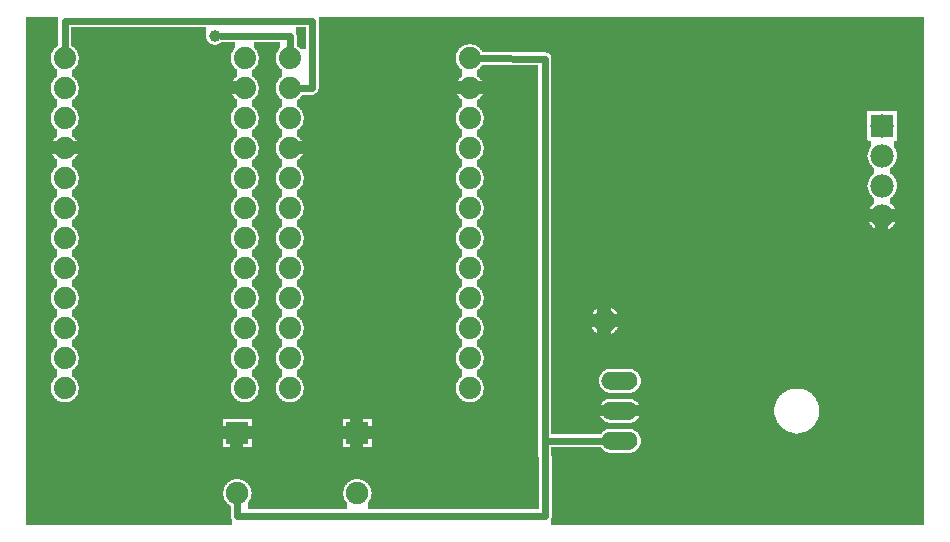
<source format=gbl>
G04 MADE WITH FRITZING*
G04 WWW.FRITZING.ORG*
G04 DOUBLE SIDED*
G04 HOLES PLATED*
G04 CONTOUR ON CENTER OF CONTOUR VECTOR*
%ASAXBY*%
%FSLAX23Y23*%
%MOIN*%
%OFA0B0*%
%SFA1.0B1.0*%
%ADD10C,0.075000*%
%ADD11C,0.074000*%
%ADD12C,0.078000*%
%ADD13C,0.060000*%
%ADD14C,0.039370*%
%ADD15R,0.078000X0.078000*%
%ADD16R,0.075000X0.075000*%
%ADD17C,0.024000*%
%ADD18R,0.001000X0.001000*%
%LNCOPPER0*%
G90*
G70*
G54D10*
X1811Y1657D03*
G54D11*
X769Y1597D03*
X769Y1497D03*
X769Y1397D03*
X769Y1297D03*
X769Y1197D03*
X769Y1097D03*
X769Y997D03*
X769Y897D03*
X769Y797D03*
X769Y697D03*
X769Y597D03*
X769Y497D03*
X169Y497D03*
X169Y597D03*
X169Y697D03*
X169Y797D03*
X169Y897D03*
X169Y997D03*
X169Y1097D03*
X169Y1197D03*
X169Y1297D03*
X169Y1397D03*
X169Y1497D03*
X169Y1597D03*
X1519Y1597D03*
X1519Y1497D03*
X1519Y1397D03*
X1519Y1297D03*
X1519Y1197D03*
X1519Y1097D03*
X1519Y997D03*
X1519Y897D03*
X1519Y797D03*
X1519Y697D03*
X1519Y597D03*
X1519Y497D03*
X919Y497D03*
X919Y597D03*
X919Y697D03*
X919Y797D03*
X919Y897D03*
X919Y997D03*
X919Y1097D03*
X919Y1197D03*
X919Y1297D03*
X919Y1397D03*
X919Y1497D03*
X919Y1597D03*
G54D12*
X2894Y1372D03*
X2894Y1272D03*
X2894Y1172D03*
X2894Y1072D03*
G54D13*
X2019Y522D03*
X2019Y422D03*
X2019Y322D03*
G54D10*
X744Y347D03*
X744Y147D03*
X1144Y347D03*
X1144Y147D03*
G54D12*
X1969Y722D03*
G54D14*
X669Y1672D03*
G54D15*
X2894Y1372D03*
G54D16*
X744Y347D03*
X1144Y347D03*
G54D17*
X1769Y1596D02*
X1550Y1597D01*
D02*
X1769Y321D02*
X1769Y1596D01*
D02*
X1988Y322D02*
X1769Y321D01*
D02*
X1770Y72D02*
X744Y72D01*
D02*
X1769Y322D02*
X1770Y72D01*
D02*
X744Y72D02*
X744Y118D01*
D02*
X1988Y322D02*
X1769Y322D01*
D02*
X169Y1722D02*
X993Y1722D01*
D02*
X993Y1722D02*
X993Y1498D01*
D02*
X993Y1498D02*
X950Y1497D01*
D02*
X169Y1628D02*
X169Y1722D01*
D02*
X688Y1672D02*
X920Y1671D01*
D02*
X920Y1671D02*
X919Y1628D01*
G36*
X940Y1700D02*
X940Y1676D01*
X942Y1676D01*
X942Y1636D01*
X946Y1636D01*
X946Y1634D01*
X948Y1634D01*
X948Y1632D01*
X950Y1632D01*
X950Y1630D01*
X952Y1630D01*
X952Y1628D01*
X972Y1628D01*
X972Y1700D01*
X940Y1700D01*
G37*
D02*
G36*
X40Y1736D02*
X40Y450D01*
X158Y450D01*
X158Y452D01*
X152Y452D01*
X152Y454D01*
X148Y454D01*
X148Y456D01*
X144Y456D01*
X144Y458D01*
X142Y458D01*
X142Y460D01*
X138Y460D01*
X138Y462D01*
X136Y462D01*
X136Y464D01*
X134Y464D01*
X134Y466D01*
X132Y466D01*
X132Y470D01*
X130Y470D01*
X130Y472D01*
X128Y472D01*
X128Y476D01*
X126Y476D01*
X126Y480D01*
X124Y480D01*
X124Y486D01*
X122Y486D01*
X122Y506D01*
X124Y506D01*
X124Y514D01*
X126Y514D01*
X126Y518D01*
X128Y518D01*
X128Y522D01*
X130Y522D01*
X130Y524D01*
X132Y524D01*
X132Y526D01*
X134Y526D01*
X134Y530D01*
X136Y530D01*
X136Y532D01*
X140Y532D01*
X140Y534D01*
X142Y534D01*
X142Y536D01*
X144Y536D01*
X144Y558D01*
X142Y558D01*
X142Y560D01*
X138Y560D01*
X138Y562D01*
X136Y562D01*
X136Y564D01*
X134Y564D01*
X134Y566D01*
X132Y566D01*
X132Y570D01*
X130Y570D01*
X130Y572D01*
X128Y572D01*
X128Y576D01*
X126Y576D01*
X126Y580D01*
X124Y580D01*
X124Y586D01*
X122Y586D01*
X122Y606D01*
X124Y606D01*
X124Y614D01*
X126Y614D01*
X126Y618D01*
X128Y618D01*
X128Y622D01*
X130Y622D01*
X130Y624D01*
X132Y624D01*
X132Y626D01*
X134Y626D01*
X134Y630D01*
X136Y630D01*
X136Y632D01*
X140Y632D01*
X140Y634D01*
X142Y634D01*
X142Y636D01*
X144Y636D01*
X144Y658D01*
X142Y658D01*
X142Y660D01*
X138Y660D01*
X138Y662D01*
X136Y662D01*
X136Y664D01*
X134Y664D01*
X134Y666D01*
X132Y666D01*
X132Y670D01*
X130Y670D01*
X130Y672D01*
X128Y672D01*
X128Y676D01*
X126Y676D01*
X126Y680D01*
X124Y680D01*
X124Y686D01*
X122Y686D01*
X122Y706D01*
X124Y706D01*
X124Y714D01*
X126Y714D01*
X126Y718D01*
X128Y718D01*
X128Y722D01*
X130Y722D01*
X130Y724D01*
X132Y724D01*
X132Y726D01*
X134Y726D01*
X134Y730D01*
X136Y730D01*
X136Y732D01*
X140Y732D01*
X140Y734D01*
X142Y734D01*
X142Y736D01*
X144Y736D01*
X144Y758D01*
X142Y758D01*
X142Y760D01*
X138Y760D01*
X138Y762D01*
X136Y762D01*
X136Y764D01*
X134Y764D01*
X134Y766D01*
X132Y766D01*
X132Y770D01*
X130Y770D01*
X130Y772D01*
X128Y772D01*
X128Y776D01*
X126Y776D01*
X126Y780D01*
X124Y780D01*
X124Y786D01*
X122Y786D01*
X122Y806D01*
X124Y806D01*
X124Y814D01*
X126Y814D01*
X126Y818D01*
X128Y818D01*
X128Y822D01*
X130Y822D01*
X130Y824D01*
X132Y824D01*
X132Y826D01*
X134Y826D01*
X134Y830D01*
X136Y830D01*
X136Y832D01*
X140Y832D01*
X140Y834D01*
X142Y834D01*
X142Y836D01*
X144Y836D01*
X144Y858D01*
X142Y858D01*
X142Y860D01*
X138Y860D01*
X138Y862D01*
X136Y862D01*
X136Y864D01*
X134Y864D01*
X134Y866D01*
X132Y866D01*
X132Y870D01*
X130Y870D01*
X130Y872D01*
X128Y872D01*
X128Y876D01*
X126Y876D01*
X126Y880D01*
X124Y880D01*
X124Y886D01*
X122Y886D01*
X122Y906D01*
X124Y906D01*
X124Y914D01*
X126Y914D01*
X126Y918D01*
X128Y918D01*
X128Y922D01*
X130Y922D01*
X130Y924D01*
X132Y924D01*
X132Y926D01*
X134Y926D01*
X134Y930D01*
X136Y930D01*
X136Y932D01*
X140Y932D01*
X140Y934D01*
X142Y934D01*
X142Y936D01*
X144Y936D01*
X144Y958D01*
X142Y958D01*
X142Y960D01*
X138Y960D01*
X138Y962D01*
X136Y962D01*
X136Y964D01*
X134Y964D01*
X134Y966D01*
X132Y966D01*
X132Y970D01*
X130Y970D01*
X130Y972D01*
X128Y972D01*
X128Y976D01*
X126Y976D01*
X126Y980D01*
X124Y980D01*
X124Y986D01*
X122Y986D01*
X122Y1006D01*
X124Y1006D01*
X124Y1014D01*
X126Y1014D01*
X126Y1018D01*
X128Y1018D01*
X128Y1022D01*
X130Y1022D01*
X130Y1024D01*
X132Y1024D01*
X132Y1026D01*
X134Y1026D01*
X134Y1030D01*
X136Y1030D01*
X136Y1032D01*
X140Y1032D01*
X140Y1034D01*
X142Y1034D01*
X142Y1036D01*
X144Y1036D01*
X144Y1058D01*
X142Y1058D01*
X142Y1060D01*
X138Y1060D01*
X138Y1062D01*
X136Y1062D01*
X136Y1064D01*
X134Y1064D01*
X134Y1066D01*
X132Y1066D01*
X132Y1070D01*
X130Y1070D01*
X130Y1072D01*
X128Y1072D01*
X128Y1076D01*
X126Y1076D01*
X126Y1080D01*
X124Y1080D01*
X124Y1086D01*
X122Y1086D01*
X122Y1106D01*
X124Y1106D01*
X124Y1114D01*
X126Y1114D01*
X126Y1118D01*
X128Y1118D01*
X128Y1122D01*
X130Y1122D01*
X130Y1124D01*
X132Y1124D01*
X132Y1126D01*
X134Y1126D01*
X134Y1130D01*
X136Y1130D01*
X136Y1132D01*
X140Y1132D01*
X140Y1134D01*
X142Y1134D01*
X142Y1136D01*
X144Y1136D01*
X144Y1158D01*
X142Y1158D01*
X142Y1160D01*
X138Y1160D01*
X138Y1162D01*
X136Y1162D01*
X136Y1164D01*
X134Y1164D01*
X134Y1166D01*
X132Y1166D01*
X132Y1170D01*
X130Y1170D01*
X130Y1172D01*
X128Y1172D01*
X128Y1176D01*
X126Y1176D01*
X126Y1180D01*
X124Y1180D01*
X124Y1186D01*
X122Y1186D01*
X122Y1206D01*
X124Y1206D01*
X124Y1214D01*
X126Y1214D01*
X126Y1218D01*
X128Y1218D01*
X128Y1222D01*
X130Y1222D01*
X130Y1224D01*
X132Y1224D01*
X132Y1226D01*
X134Y1226D01*
X134Y1230D01*
X136Y1230D01*
X136Y1232D01*
X140Y1232D01*
X140Y1234D01*
X142Y1234D01*
X142Y1236D01*
X144Y1236D01*
X144Y1258D01*
X142Y1258D01*
X142Y1260D01*
X138Y1260D01*
X138Y1262D01*
X136Y1262D01*
X136Y1264D01*
X134Y1264D01*
X134Y1266D01*
X132Y1266D01*
X132Y1270D01*
X130Y1270D01*
X130Y1272D01*
X128Y1272D01*
X128Y1276D01*
X126Y1276D01*
X126Y1280D01*
X124Y1280D01*
X124Y1286D01*
X122Y1286D01*
X122Y1306D01*
X124Y1306D01*
X124Y1314D01*
X126Y1314D01*
X126Y1318D01*
X128Y1318D01*
X128Y1322D01*
X130Y1322D01*
X130Y1324D01*
X132Y1324D01*
X132Y1326D01*
X134Y1326D01*
X134Y1330D01*
X136Y1330D01*
X136Y1332D01*
X140Y1332D01*
X140Y1334D01*
X142Y1334D01*
X142Y1336D01*
X144Y1336D01*
X144Y1358D01*
X142Y1358D01*
X142Y1360D01*
X138Y1360D01*
X138Y1362D01*
X136Y1362D01*
X136Y1364D01*
X134Y1364D01*
X134Y1366D01*
X132Y1366D01*
X132Y1370D01*
X130Y1370D01*
X130Y1372D01*
X128Y1372D01*
X128Y1376D01*
X126Y1376D01*
X126Y1380D01*
X124Y1380D01*
X124Y1386D01*
X122Y1386D01*
X122Y1406D01*
X124Y1406D01*
X124Y1414D01*
X126Y1414D01*
X126Y1418D01*
X128Y1418D01*
X128Y1422D01*
X130Y1422D01*
X130Y1424D01*
X132Y1424D01*
X132Y1426D01*
X134Y1426D01*
X134Y1430D01*
X136Y1430D01*
X136Y1432D01*
X140Y1432D01*
X140Y1434D01*
X142Y1434D01*
X142Y1436D01*
X144Y1436D01*
X144Y1458D01*
X142Y1458D01*
X142Y1460D01*
X138Y1460D01*
X138Y1462D01*
X136Y1462D01*
X136Y1464D01*
X134Y1464D01*
X134Y1466D01*
X132Y1466D01*
X132Y1470D01*
X130Y1470D01*
X130Y1472D01*
X128Y1472D01*
X128Y1476D01*
X126Y1476D01*
X126Y1480D01*
X124Y1480D01*
X124Y1486D01*
X122Y1486D01*
X122Y1506D01*
X124Y1506D01*
X124Y1514D01*
X126Y1514D01*
X126Y1518D01*
X128Y1518D01*
X128Y1522D01*
X130Y1522D01*
X130Y1524D01*
X132Y1524D01*
X132Y1526D01*
X134Y1526D01*
X134Y1530D01*
X136Y1530D01*
X136Y1532D01*
X140Y1532D01*
X140Y1534D01*
X142Y1534D01*
X142Y1536D01*
X144Y1536D01*
X144Y1558D01*
X142Y1558D01*
X142Y1560D01*
X138Y1560D01*
X138Y1562D01*
X136Y1562D01*
X136Y1564D01*
X134Y1564D01*
X134Y1566D01*
X132Y1566D01*
X132Y1570D01*
X130Y1570D01*
X130Y1572D01*
X128Y1572D01*
X128Y1576D01*
X126Y1576D01*
X126Y1580D01*
X124Y1580D01*
X124Y1586D01*
X122Y1586D01*
X122Y1606D01*
X124Y1606D01*
X124Y1614D01*
X126Y1614D01*
X126Y1618D01*
X128Y1618D01*
X128Y1622D01*
X130Y1622D01*
X130Y1624D01*
X132Y1624D01*
X132Y1626D01*
X134Y1626D01*
X134Y1630D01*
X136Y1630D01*
X136Y1632D01*
X140Y1632D01*
X140Y1634D01*
X142Y1634D01*
X142Y1636D01*
X144Y1636D01*
X144Y1638D01*
X146Y1638D01*
X146Y1736D01*
X40Y1736D01*
G37*
D02*
G36*
X1016Y1736D02*
X1016Y1644D01*
X1526Y1644D01*
X1526Y1642D01*
X1534Y1642D01*
X1534Y1640D01*
X1538Y1640D01*
X1538Y1638D01*
X1542Y1638D01*
X1542Y1636D01*
X1546Y1636D01*
X1546Y1634D01*
X1548Y1634D01*
X1548Y1632D01*
X1550Y1632D01*
X1550Y1630D01*
X1552Y1630D01*
X1552Y1628D01*
X1554Y1628D01*
X1554Y1626D01*
X1556Y1626D01*
X1556Y1624D01*
X1558Y1624D01*
X1558Y1620D01*
X1560Y1620D01*
X1560Y1618D01*
X1774Y1618D01*
X1774Y1616D01*
X1778Y1616D01*
X1778Y1614D01*
X1782Y1614D01*
X1782Y1612D01*
X1784Y1612D01*
X1784Y1610D01*
X1786Y1610D01*
X1786Y1608D01*
X1788Y1608D01*
X1788Y1604D01*
X1790Y1604D01*
X1790Y1420D01*
X2942Y1420D01*
X2942Y1322D01*
X2932Y1322D01*
X2932Y1300D01*
X2934Y1300D01*
X2934Y1298D01*
X2936Y1298D01*
X2936Y1294D01*
X2938Y1294D01*
X2938Y1290D01*
X2940Y1290D01*
X2940Y1284D01*
X2942Y1284D01*
X2942Y1260D01*
X2940Y1260D01*
X2940Y1254D01*
X2938Y1254D01*
X2938Y1250D01*
X2936Y1250D01*
X2936Y1246D01*
X2934Y1246D01*
X2934Y1242D01*
X2932Y1242D01*
X2932Y1240D01*
X2930Y1240D01*
X2930Y1238D01*
X2928Y1238D01*
X2928Y1236D01*
X2926Y1236D01*
X2926Y1234D01*
X2924Y1234D01*
X2924Y1232D01*
X2920Y1232D01*
X2920Y1212D01*
X2922Y1212D01*
X2922Y1210D01*
X2926Y1210D01*
X2926Y1208D01*
X2928Y1208D01*
X2928Y1206D01*
X2930Y1206D01*
X2930Y1204D01*
X2932Y1204D01*
X2932Y1200D01*
X2934Y1200D01*
X2934Y1198D01*
X2936Y1198D01*
X2936Y1194D01*
X2938Y1194D01*
X2938Y1190D01*
X2940Y1190D01*
X2940Y1184D01*
X2942Y1184D01*
X2942Y1160D01*
X2940Y1160D01*
X2940Y1154D01*
X2938Y1154D01*
X2938Y1150D01*
X2936Y1150D01*
X2936Y1146D01*
X2934Y1146D01*
X2934Y1142D01*
X2932Y1142D01*
X2932Y1140D01*
X2930Y1140D01*
X2930Y1138D01*
X2928Y1138D01*
X2928Y1136D01*
X2926Y1136D01*
X2926Y1134D01*
X2924Y1134D01*
X2924Y1132D01*
X2920Y1132D01*
X2920Y1112D01*
X2922Y1112D01*
X2922Y1110D01*
X2926Y1110D01*
X2926Y1108D01*
X2928Y1108D01*
X2928Y1106D01*
X2930Y1106D01*
X2930Y1104D01*
X2932Y1104D01*
X2932Y1100D01*
X2934Y1100D01*
X2934Y1098D01*
X2936Y1098D01*
X2936Y1094D01*
X2938Y1094D01*
X2938Y1090D01*
X2940Y1090D01*
X2940Y1084D01*
X2942Y1084D01*
X2942Y1060D01*
X2940Y1060D01*
X2940Y1054D01*
X2938Y1054D01*
X2938Y1050D01*
X2936Y1050D01*
X2936Y1046D01*
X2934Y1046D01*
X2934Y1042D01*
X2932Y1042D01*
X2932Y1040D01*
X2930Y1040D01*
X2930Y1038D01*
X2928Y1038D01*
X2928Y1036D01*
X2926Y1036D01*
X2926Y1034D01*
X2924Y1034D01*
X2924Y1032D01*
X2920Y1032D01*
X2920Y1030D01*
X2918Y1030D01*
X2918Y1028D01*
X2914Y1028D01*
X2914Y1026D01*
X2908Y1026D01*
X2908Y1024D01*
X2898Y1024D01*
X2898Y1022D01*
X3032Y1022D01*
X3032Y1736D01*
X1016Y1736D01*
G37*
D02*
G36*
X190Y1700D02*
X190Y1642D01*
X662Y1642D01*
X662Y1644D01*
X656Y1644D01*
X656Y1646D01*
X652Y1646D01*
X652Y1648D01*
X650Y1648D01*
X650Y1650D01*
X648Y1650D01*
X648Y1652D01*
X646Y1652D01*
X646Y1654D01*
X644Y1654D01*
X644Y1658D01*
X642Y1658D01*
X642Y1662D01*
X640Y1662D01*
X640Y1700D01*
X190Y1700D01*
G37*
D02*
G36*
X688Y1650D02*
X688Y1648D01*
X684Y1648D01*
X684Y1646D01*
X682Y1646D01*
X682Y1644D01*
X676Y1644D01*
X676Y1642D01*
X736Y1642D01*
X736Y1650D01*
X688Y1650D01*
G37*
D02*
G36*
X800Y1650D02*
X800Y1630D01*
X802Y1630D01*
X802Y1628D01*
X804Y1628D01*
X804Y1626D01*
X806Y1626D01*
X806Y1624D01*
X808Y1624D01*
X808Y1620D01*
X810Y1620D01*
X810Y1616D01*
X812Y1616D01*
X812Y1612D01*
X814Y1612D01*
X814Y1604D01*
X816Y1604D01*
X816Y1590D01*
X814Y1590D01*
X814Y1582D01*
X812Y1582D01*
X812Y1576D01*
X810Y1576D01*
X810Y1572D01*
X808Y1572D01*
X808Y1570D01*
X806Y1570D01*
X806Y1568D01*
X804Y1568D01*
X804Y1564D01*
X802Y1564D01*
X802Y1562D01*
X798Y1562D01*
X798Y1560D01*
X796Y1560D01*
X796Y1558D01*
X794Y1558D01*
X794Y1556D01*
X792Y1556D01*
X792Y1536D01*
X796Y1536D01*
X796Y1534D01*
X798Y1534D01*
X798Y1532D01*
X800Y1532D01*
X800Y1530D01*
X802Y1530D01*
X802Y1528D01*
X804Y1528D01*
X804Y1526D01*
X806Y1526D01*
X806Y1524D01*
X808Y1524D01*
X808Y1520D01*
X810Y1520D01*
X810Y1516D01*
X812Y1516D01*
X812Y1512D01*
X814Y1512D01*
X814Y1504D01*
X816Y1504D01*
X816Y1490D01*
X814Y1490D01*
X814Y1482D01*
X812Y1482D01*
X812Y1476D01*
X810Y1476D01*
X810Y1472D01*
X808Y1472D01*
X808Y1470D01*
X806Y1470D01*
X806Y1468D01*
X804Y1468D01*
X804Y1464D01*
X802Y1464D01*
X802Y1462D01*
X798Y1462D01*
X798Y1460D01*
X796Y1460D01*
X796Y1458D01*
X794Y1458D01*
X794Y1456D01*
X792Y1456D01*
X792Y1436D01*
X796Y1436D01*
X796Y1434D01*
X798Y1434D01*
X798Y1432D01*
X800Y1432D01*
X800Y1430D01*
X802Y1430D01*
X802Y1428D01*
X804Y1428D01*
X804Y1426D01*
X806Y1426D01*
X806Y1424D01*
X808Y1424D01*
X808Y1420D01*
X810Y1420D01*
X810Y1416D01*
X812Y1416D01*
X812Y1412D01*
X814Y1412D01*
X814Y1404D01*
X816Y1404D01*
X816Y1390D01*
X814Y1390D01*
X814Y1382D01*
X812Y1382D01*
X812Y1376D01*
X810Y1376D01*
X810Y1372D01*
X808Y1372D01*
X808Y1370D01*
X806Y1370D01*
X806Y1368D01*
X804Y1368D01*
X804Y1364D01*
X802Y1364D01*
X802Y1362D01*
X798Y1362D01*
X798Y1360D01*
X796Y1360D01*
X796Y1358D01*
X794Y1358D01*
X794Y1356D01*
X792Y1356D01*
X792Y1336D01*
X796Y1336D01*
X796Y1334D01*
X798Y1334D01*
X798Y1332D01*
X800Y1332D01*
X800Y1330D01*
X802Y1330D01*
X802Y1328D01*
X804Y1328D01*
X804Y1326D01*
X806Y1326D01*
X806Y1324D01*
X808Y1324D01*
X808Y1320D01*
X810Y1320D01*
X810Y1316D01*
X812Y1316D01*
X812Y1312D01*
X814Y1312D01*
X814Y1304D01*
X816Y1304D01*
X816Y1290D01*
X814Y1290D01*
X814Y1282D01*
X812Y1282D01*
X812Y1276D01*
X810Y1276D01*
X810Y1272D01*
X808Y1272D01*
X808Y1270D01*
X806Y1270D01*
X806Y1268D01*
X804Y1268D01*
X804Y1264D01*
X802Y1264D01*
X802Y1262D01*
X798Y1262D01*
X798Y1260D01*
X796Y1260D01*
X796Y1258D01*
X794Y1258D01*
X794Y1256D01*
X792Y1256D01*
X792Y1236D01*
X796Y1236D01*
X796Y1234D01*
X798Y1234D01*
X798Y1232D01*
X800Y1232D01*
X800Y1230D01*
X802Y1230D01*
X802Y1228D01*
X804Y1228D01*
X804Y1226D01*
X806Y1226D01*
X806Y1224D01*
X808Y1224D01*
X808Y1220D01*
X810Y1220D01*
X810Y1216D01*
X812Y1216D01*
X812Y1212D01*
X814Y1212D01*
X814Y1204D01*
X816Y1204D01*
X816Y1190D01*
X814Y1190D01*
X814Y1182D01*
X812Y1182D01*
X812Y1176D01*
X810Y1176D01*
X810Y1172D01*
X808Y1172D01*
X808Y1170D01*
X806Y1170D01*
X806Y1168D01*
X804Y1168D01*
X804Y1164D01*
X802Y1164D01*
X802Y1162D01*
X798Y1162D01*
X798Y1160D01*
X796Y1160D01*
X796Y1158D01*
X794Y1158D01*
X794Y1156D01*
X792Y1156D01*
X792Y1136D01*
X796Y1136D01*
X796Y1134D01*
X798Y1134D01*
X798Y1132D01*
X800Y1132D01*
X800Y1130D01*
X802Y1130D01*
X802Y1128D01*
X804Y1128D01*
X804Y1126D01*
X806Y1126D01*
X806Y1124D01*
X808Y1124D01*
X808Y1120D01*
X810Y1120D01*
X810Y1116D01*
X812Y1116D01*
X812Y1112D01*
X814Y1112D01*
X814Y1104D01*
X816Y1104D01*
X816Y1090D01*
X814Y1090D01*
X814Y1082D01*
X812Y1082D01*
X812Y1076D01*
X810Y1076D01*
X810Y1072D01*
X808Y1072D01*
X808Y1070D01*
X806Y1070D01*
X806Y1068D01*
X804Y1068D01*
X804Y1064D01*
X802Y1064D01*
X802Y1062D01*
X798Y1062D01*
X798Y1060D01*
X796Y1060D01*
X796Y1058D01*
X794Y1058D01*
X794Y1056D01*
X792Y1056D01*
X792Y1036D01*
X796Y1036D01*
X796Y1034D01*
X798Y1034D01*
X798Y1032D01*
X800Y1032D01*
X800Y1030D01*
X802Y1030D01*
X802Y1028D01*
X804Y1028D01*
X804Y1026D01*
X806Y1026D01*
X806Y1024D01*
X808Y1024D01*
X808Y1020D01*
X810Y1020D01*
X810Y1016D01*
X812Y1016D01*
X812Y1012D01*
X814Y1012D01*
X814Y1004D01*
X816Y1004D01*
X816Y990D01*
X814Y990D01*
X814Y982D01*
X812Y982D01*
X812Y976D01*
X810Y976D01*
X810Y972D01*
X808Y972D01*
X808Y970D01*
X806Y970D01*
X806Y968D01*
X804Y968D01*
X804Y964D01*
X802Y964D01*
X802Y962D01*
X798Y962D01*
X798Y960D01*
X796Y960D01*
X796Y958D01*
X794Y958D01*
X794Y956D01*
X792Y956D01*
X792Y936D01*
X796Y936D01*
X796Y934D01*
X798Y934D01*
X798Y932D01*
X800Y932D01*
X800Y930D01*
X802Y930D01*
X802Y928D01*
X804Y928D01*
X804Y926D01*
X806Y926D01*
X806Y924D01*
X808Y924D01*
X808Y920D01*
X810Y920D01*
X810Y916D01*
X812Y916D01*
X812Y912D01*
X814Y912D01*
X814Y904D01*
X816Y904D01*
X816Y890D01*
X814Y890D01*
X814Y882D01*
X812Y882D01*
X812Y876D01*
X810Y876D01*
X810Y872D01*
X808Y872D01*
X808Y870D01*
X806Y870D01*
X806Y868D01*
X804Y868D01*
X804Y864D01*
X802Y864D01*
X802Y862D01*
X798Y862D01*
X798Y860D01*
X796Y860D01*
X796Y858D01*
X794Y858D01*
X794Y856D01*
X792Y856D01*
X792Y836D01*
X796Y836D01*
X796Y834D01*
X798Y834D01*
X798Y832D01*
X800Y832D01*
X800Y830D01*
X802Y830D01*
X802Y828D01*
X804Y828D01*
X804Y826D01*
X806Y826D01*
X806Y824D01*
X808Y824D01*
X808Y820D01*
X810Y820D01*
X810Y816D01*
X812Y816D01*
X812Y812D01*
X814Y812D01*
X814Y804D01*
X816Y804D01*
X816Y790D01*
X814Y790D01*
X814Y782D01*
X812Y782D01*
X812Y776D01*
X810Y776D01*
X810Y772D01*
X808Y772D01*
X808Y770D01*
X806Y770D01*
X806Y768D01*
X804Y768D01*
X804Y764D01*
X802Y764D01*
X802Y762D01*
X798Y762D01*
X798Y760D01*
X796Y760D01*
X796Y758D01*
X794Y758D01*
X794Y756D01*
X792Y756D01*
X792Y736D01*
X796Y736D01*
X796Y734D01*
X798Y734D01*
X798Y732D01*
X800Y732D01*
X800Y730D01*
X802Y730D01*
X802Y728D01*
X804Y728D01*
X804Y726D01*
X806Y726D01*
X806Y724D01*
X808Y724D01*
X808Y720D01*
X810Y720D01*
X810Y716D01*
X812Y716D01*
X812Y712D01*
X814Y712D01*
X814Y704D01*
X816Y704D01*
X816Y690D01*
X814Y690D01*
X814Y682D01*
X812Y682D01*
X812Y676D01*
X810Y676D01*
X810Y672D01*
X808Y672D01*
X808Y670D01*
X806Y670D01*
X806Y668D01*
X804Y668D01*
X804Y664D01*
X802Y664D01*
X802Y662D01*
X798Y662D01*
X798Y660D01*
X796Y660D01*
X796Y658D01*
X794Y658D01*
X794Y656D01*
X792Y656D01*
X792Y636D01*
X796Y636D01*
X796Y634D01*
X798Y634D01*
X798Y632D01*
X800Y632D01*
X800Y630D01*
X802Y630D01*
X802Y628D01*
X804Y628D01*
X804Y626D01*
X806Y626D01*
X806Y624D01*
X808Y624D01*
X808Y620D01*
X810Y620D01*
X810Y616D01*
X812Y616D01*
X812Y612D01*
X814Y612D01*
X814Y604D01*
X816Y604D01*
X816Y590D01*
X814Y590D01*
X814Y582D01*
X812Y582D01*
X812Y576D01*
X810Y576D01*
X810Y572D01*
X808Y572D01*
X808Y570D01*
X806Y570D01*
X806Y568D01*
X804Y568D01*
X804Y564D01*
X802Y564D01*
X802Y562D01*
X798Y562D01*
X798Y560D01*
X796Y560D01*
X796Y558D01*
X794Y558D01*
X794Y556D01*
X792Y556D01*
X792Y536D01*
X796Y536D01*
X796Y534D01*
X798Y534D01*
X798Y532D01*
X800Y532D01*
X800Y530D01*
X802Y530D01*
X802Y528D01*
X804Y528D01*
X804Y526D01*
X806Y526D01*
X806Y524D01*
X808Y524D01*
X808Y520D01*
X810Y520D01*
X810Y516D01*
X812Y516D01*
X812Y512D01*
X814Y512D01*
X814Y504D01*
X816Y504D01*
X816Y490D01*
X814Y490D01*
X814Y482D01*
X812Y482D01*
X812Y476D01*
X810Y476D01*
X810Y472D01*
X808Y472D01*
X808Y470D01*
X806Y470D01*
X806Y468D01*
X804Y468D01*
X804Y464D01*
X802Y464D01*
X802Y462D01*
X798Y462D01*
X798Y460D01*
X796Y460D01*
X796Y458D01*
X794Y458D01*
X794Y456D01*
X790Y456D01*
X790Y454D01*
X786Y454D01*
X786Y452D01*
X778Y452D01*
X778Y450D01*
X908Y450D01*
X908Y452D01*
X902Y452D01*
X902Y454D01*
X898Y454D01*
X898Y456D01*
X894Y456D01*
X894Y458D01*
X892Y458D01*
X892Y460D01*
X888Y460D01*
X888Y462D01*
X886Y462D01*
X886Y464D01*
X884Y464D01*
X884Y466D01*
X882Y466D01*
X882Y470D01*
X880Y470D01*
X880Y472D01*
X878Y472D01*
X878Y476D01*
X876Y476D01*
X876Y480D01*
X874Y480D01*
X874Y486D01*
X872Y486D01*
X872Y506D01*
X874Y506D01*
X874Y514D01*
X876Y514D01*
X876Y518D01*
X878Y518D01*
X878Y522D01*
X880Y522D01*
X880Y524D01*
X882Y524D01*
X882Y526D01*
X884Y526D01*
X884Y530D01*
X886Y530D01*
X886Y532D01*
X890Y532D01*
X890Y534D01*
X892Y534D01*
X892Y536D01*
X894Y536D01*
X894Y558D01*
X892Y558D01*
X892Y560D01*
X888Y560D01*
X888Y562D01*
X886Y562D01*
X886Y564D01*
X884Y564D01*
X884Y566D01*
X882Y566D01*
X882Y570D01*
X880Y570D01*
X880Y572D01*
X878Y572D01*
X878Y576D01*
X876Y576D01*
X876Y580D01*
X874Y580D01*
X874Y586D01*
X872Y586D01*
X872Y606D01*
X874Y606D01*
X874Y614D01*
X876Y614D01*
X876Y618D01*
X878Y618D01*
X878Y622D01*
X880Y622D01*
X880Y624D01*
X882Y624D01*
X882Y626D01*
X884Y626D01*
X884Y630D01*
X886Y630D01*
X886Y632D01*
X890Y632D01*
X890Y634D01*
X892Y634D01*
X892Y636D01*
X894Y636D01*
X894Y658D01*
X892Y658D01*
X892Y660D01*
X888Y660D01*
X888Y662D01*
X886Y662D01*
X886Y664D01*
X884Y664D01*
X884Y666D01*
X882Y666D01*
X882Y670D01*
X880Y670D01*
X880Y672D01*
X878Y672D01*
X878Y676D01*
X876Y676D01*
X876Y680D01*
X874Y680D01*
X874Y686D01*
X872Y686D01*
X872Y706D01*
X874Y706D01*
X874Y714D01*
X876Y714D01*
X876Y718D01*
X878Y718D01*
X878Y722D01*
X880Y722D01*
X880Y724D01*
X882Y724D01*
X882Y726D01*
X884Y726D01*
X884Y730D01*
X886Y730D01*
X886Y732D01*
X890Y732D01*
X890Y734D01*
X892Y734D01*
X892Y736D01*
X894Y736D01*
X894Y758D01*
X892Y758D01*
X892Y760D01*
X888Y760D01*
X888Y762D01*
X886Y762D01*
X886Y764D01*
X884Y764D01*
X884Y766D01*
X882Y766D01*
X882Y770D01*
X880Y770D01*
X880Y772D01*
X878Y772D01*
X878Y776D01*
X876Y776D01*
X876Y780D01*
X874Y780D01*
X874Y786D01*
X872Y786D01*
X872Y806D01*
X874Y806D01*
X874Y814D01*
X876Y814D01*
X876Y818D01*
X878Y818D01*
X878Y822D01*
X880Y822D01*
X880Y824D01*
X882Y824D01*
X882Y826D01*
X884Y826D01*
X884Y830D01*
X886Y830D01*
X886Y832D01*
X890Y832D01*
X890Y834D01*
X892Y834D01*
X892Y836D01*
X894Y836D01*
X894Y858D01*
X892Y858D01*
X892Y860D01*
X888Y860D01*
X888Y862D01*
X886Y862D01*
X886Y864D01*
X884Y864D01*
X884Y866D01*
X882Y866D01*
X882Y870D01*
X880Y870D01*
X880Y872D01*
X878Y872D01*
X878Y876D01*
X876Y876D01*
X876Y880D01*
X874Y880D01*
X874Y886D01*
X872Y886D01*
X872Y906D01*
X874Y906D01*
X874Y914D01*
X876Y914D01*
X876Y918D01*
X878Y918D01*
X878Y922D01*
X880Y922D01*
X880Y924D01*
X882Y924D01*
X882Y926D01*
X884Y926D01*
X884Y930D01*
X886Y930D01*
X886Y932D01*
X890Y932D01*
X890Y934D01*
X892Y934D01*
X892Y936D01*
X894Y936D01*
X894Y958D01*
X892Y958D01*
X892Y960D01*
X888Y960D01*
X888Y962D01*
X886Y962D01*
X886Y964D01*
X884Y964D01*
X884Y966D01*
X882Y966D01*
X882Y970D01*
X880Y970D01*
X880Y972D01*
X878Y972D01*
X878Y976D01*
X876Y976D01*
X876Y980D01*
X874Y980D01*
X874Y986D01*
X872Y986D01*
X872Y1006D01*
X874Y1006D01*
X874Y1014D01*
X876Y1014D01*
X876Y1018D01*
X878Y1018D01*
X878Y1022D01*
X880Y1022D01*
X880Y1024D01*
X882Y1024D01*
X882Y1026D01*
X884Y1026D01*
X884Y1030D01*
X886Y1030D01*
X886Y1032D01*
X890Y1032D01*
X890Y1034D01*
X892Y1034D01*
X892Y1036D01*
X894Y1036D01*
X894Y1058D01*
X892Y1058D01*
X892Y1060D01*
X888Y1060D01*
X888Y1062D01*
X886Y1062D01*
X886Y1064D01*
X884Y1064D01*
X884Y1066D01*
X882Y1066D01*
X882Y1070D01*
X880Y1070D01*
X880Y1072D01*
X878Y1072D01*
X878Y1076D01*
X876Y1076D01*
X876Y1080D01*
X874Y1080D01*
X874Y1086D01*
X872Y1086D01*
X872Y1106D01*
X874Y1106D01*
X874Y1114D01*
X876Y1114D01*
X876Y1118D01*
X878Y1118D01*
X878Y1122D01*
X880Y1122D01*
X880Y1124D01*
X882Y1124D01*
X882Y1126D01*
X884Y1126D01*
X884Y1130D01*
X886Y1130D01*
X886Y1132D01*
X890Y1132D01*
X890Y1134D01*
X892Y1134D01*
X892Y1136D01*
X894Y1136D01*
X894Y1158D01*
X892Y1158D01*
X892Y1160D01*
X888Y1160D01*
X888Y1162D01*
X886Y1162D01*
X886Y1164D01*
X884Y1164D01*
X884Y1166D01*
X882Y1166D01*
X882Y1170D01*
X880Y1170D01*
X880Y1172D01*
X878Y1172D01*
X878Y1176D01*
X876Y1176D01*
X876Y1180D01*
X874Y1180D01*
X874Y1186D01*
X872Y1186D01*
X872Y1206D01*
X874Y1206D01*
X874Y1214D01*
X876Y1214D01*
X876Y1218D01*
X878Y1218D01*
X878Y1222D01*
X880Y1222D01*
X880Y1224D01*
X882Y1224D01*
X882Y1226D01*
X884Y1226D01*
X884Y1230D01*
X886Y1230D01*
X886Y1232D01*
X890Y1232D01*
X890Y1234D01*
X892Y1234D01*
X892Y1236D01*
X894Y1236D01*
X894Y1258D01*
X892Y1258D01*
X892Y1260D01*
X888Y1260D01*
X888Y1262D01*
X886Y1262D01*
X886Y1264D01*
X884Y1264D01*
X884Y1266D01*
X882Y1266D01*
X882Y1270D01*
X880Y1270D01*
X880Y1272D01*
X878Y1272D01*
X878Y1276D01*
X876Y1276D01*
X876Y1280D01*
X874Y1280D01*
X874Y1286D01*
X872Y1286D01*
X872Y1306D01*
X874Y1306D01*
X874Y1314D01*
X876Y1314D01*
X876Y1318D01*
X878Y1318D01*
X878Y1322D01*
X880Y1322D01*
X880Y1324D01*
X882Y1324D01*
X882Y1326D01*
X884Y1326D01*
X884Y1330D01*
X886Y1330D01*
X886Y1332D01*
X890Y1332D01*
X890Y1334D01*
X892Y1334D01*
X892Y1336D01*
X894Y1336D01*
X894Y1358D01*
X892Y1358D01*
X892Y1360D01*
X888Y1360D01*
X888Y1362D01*
X886Y1362D01*
X886Y1364D01*
X884Y1364D01*
X884Y1366D01*
X882Y1366D01*
X882Y1370D01*
X880Y1370D01*
X880Y1372D01*
X878Y1372D01*
X878Y1376D01*
X876Y1376D01*
X876Y1380D01*
X874Y1380D01*
X874Y1386D01*
X872Y1386D01*
X872Y1406D01*
X874Y1406D01*
X874Y1414D01*
X876Y1414D01*
X876Y1418D01*
X878Y1418D01*
X878Y1422D01*
X880Y1422D01*
X880Y1424D01*
X882Y1424D01*
X882Y1426D01*
X884Y1426D01*
X884Y1430D01*
X886Y1430D01*
X886Y1432D01*
X890Y1432D01*
X890Y1434D01*
X892Y1434D01*
X892Y1436D01*
X894Y1436D01*
X894Y1458D01*
X892Y1458D01*
X892Y1460D01*
X888Y1460D01*
X888Y1462D01*
X886Y1462D01*
X886Y1464D01*
X884Y1464D01*
X884Y1466D01*
X882Y1466D01*
X882Y1470D01*
X880Y1470D01*
X880Y1472D01*
X878Y1472D01*
X878Y1476D01*
X876Y1476D01*
X876Y1480D01*
X874Y1480D01*
X874Y1486D01*
X872Y1486D01*
X872Y1506D01*
X874Y1506D01*
X874Y1514D01*
X876Y1514D01*
X876Y1518D01*
X878Y1518D01*
X878Y1522D01*
X880Y1522D01*
X880Y1524D01*
X882Y1524D01*
X882Y1526D01*
X884Y1526D01*
X884Y1530D01*
X886Y1530D01*
X886Y1532D01*
X890Y1532D01*
X890Y1534D01*
X892Y1534D01*
X892Y1536D01*
X894Y1536D01*
X894Y1558D01*
X892Y1558D01*
X892Y1560D01*
X888Y1560D01*
X888Y1562D01*
X886Y1562D01*
X886Y1564D01*
X884Y1564D01*
X884Y1566D01*
X882Y1566D01*
X882Y1570D01*
X880Y1570D01*
X880Y1572D01*
X878Y1572D01*
X878Y1576D01*
X876Y1576D01*
X876Y1580D01*
X874Y1580D01*
X874Y1586D01*
X872Y1586D01*
X872Y1606D01*
X874Y1606D01*
X874Y1614D01*
X876Y1614D01*
X876Y1618D01*
X878Y1618D01*
X878Y1622D01*
X880Y1622D01*
X880Y1624D01*
X882Y1624D01*
X882Y1626D01*
X884Y1626D01*
X884Y1630D01*
X886Y1630D01*
X886Y1650D01*
X800Y1650D01*
G37*
D02*
G36*
X1016Y1644D02*
X1016Y1496D01*
X1014Y1496D01*
X1014Y1488D01*
X1012Y1488D01*
X1012Y1486D01*
X1010Y1486D01*
X1010Y1482D01*
X1008Y1482D01*
X1008Y1480D01*
X1004Y1480D01*
X1004Y1478D01*
X1000Y1478D01*
X1000Y1476D01*
X960Y1476D01*
X960Y1472D01*
X958Y1472D01*
X958Y1470D01*
X956Y1470D01*
X956Y1468D01*
X954Y1468D01*
X954Y1464D01*
X952Y1464D01*
X952Y1462D01*
X948Y1462D01*
X948Y1460D01*
X946Y1460D01*
X946Y1458D01*
X944Y1458D01*
X944Y1456D01*
X942Y1456D01*
X942Y1436D01*
X946Y1436D01*
X946Y1434D01*
X948Y1434D01*
X948Y1432D01*
X950Y1432D01*
X950Y1430D01*
X952Y1430D01*
X952Y1428D01*
X954Y1428D01*
X954Y1426D01*
X956Y1426D01*
X956Y1424D01*
X958Y1424D01*
X958Y1420D01*
X960Y1420D01*
X960Y1416D01*
X962Y1416D01*
X962Y1412D01*
X964Y1412D01*
X964Y1404D01*
X966Y1404D01*
X966Y1390D01*
X964Y1390D01*
X964Y1382D01*
X962Y1382D01*
X962Y1376D01*
X960Y1376D01*
X960Y1372D01*
X958Y1372D01*
X958Y1370D01*
X956Y1370D01*
X956Y1368D01*
X954Y1368D01*
X954Y1364D01*
X952Y1364D01*
X952Y1362D01*
X948Y1362D01*
X948Y1360D01*
X946Y1360D01*
X946Y1358D01*
X944Y1358D01*
X944Y1356D01*
X942Y1356D01*
X942Y1336D01*
X946Y1336D01*
X946Y1334D01*
X948Y1334D01*
X948Y1332D01*
X950Y1332D01*
X950Y1330D01*
X952Y1330D01*
X952Y1328D01*
X954Y1328D01*
X954Y1326D01*
X956Y1326D01*
X956Y1324D01*
X958Y1324D01*
X958Y1320D01*
X960Y1320D01*
X960Y1316D01*
X962Y1316D01*
X962Y1312D01*
X964Y1312D01*
X964Y1304D01*
X966Y1304D01*
X966Y1290D01*
X964Y1290D01*
X964Y1282D01*
X962Y1282D01*
X962Y1276D01*
X960Y1276D01*
X960Y1272D01*
X958Y1272D01*
X958Y1270D01*
X956Y1270D01*
X956Y1268D01*
X954Y1268D01*
X954Y1264D01*
X952Y1264D01*
X952Y1262D01*
X948Y1262D01*
X948Y1260D01*
X946Y1260D01*
X946Y1258D01*
X944Y1258D01*
X944Y1256D01*
X942Y1256D01*
X942Y1236D01*
X946Y1236D01*
X946Y1234D01*
X948Y1234D01*
X948Y1232D01*
X950Y1232D01*
X950Y1230D01*
X952Y1230D01*
X952Y1228D01*
X954Y1228D01*
X954Y1226D01*
X956Y1226D01*
X956Y1224D01*
X958Y1224D01*
X958Y1220D01*
X960Y1220D01*
X960Y1216D01*
X962Y1216D01*
X962Y1212D01*
X964Y1212D01*
X964Y1204D01*
X966Y1204D01*
X966Y1190D01*
X964Y1190D01*
X964Y1182D01*
X962Y1182D01*
X962Y1176D01*
X960Y1176D01*
X960Y1172D01*
X958Y1172D01*
X958Y1170D01*
X956Y1170D01*
X956Y1168D01*
X954Y1168D01*
X954Y1164D01*
X952Y1164D01*
X952Y1162D01*
X948Y1162D01*
X948Y1160D01*
X946Y1160D01*
X946Y1158D01*
X944Y1158D01*
X944Y1156D01*
X942Y1156D01*
X942Y1136D01*
X946Y1136D01*
X946Y1134D01*
X948Y1134D01*
X948Y1132D01*
X950Y1132D01*
X950Y1130D01*
X952Y1130D01*
X952Y1128D01*
X954Y1128D01*
X954Y1126D01*
X956Y1126D01*
X956Y1124D01*
X958Y1124D01*
X958Y1120D01*
X960Y1120D01*
X960Y1116D01*
X962Y1116D01*
X962Y1112D01*
X964Y1112D01*
X964Y1104D01*
X966Y1104D01*
X966Y1090D01*
X964Y1090D01*
X964Y1082D01*
X962Y1082D01*
X962Y1076D01*
X960Y1076D01*
X960Y1072D01*
X958Y1072D01*
X958Y1070D01*
X956Y1070D01*
X956Y1068D01*
X954Y1068D01*
X954Y1064D01*
X952Y1064D01*
X952Y1062D01*
X948Y1062D01*
X948Y1060D01*
X946Y1060D01*
X946Y1058D01*
X944Y1058D01*
X944Y1056D01*
X942Y1056D01*
X942Y1036D01*
X946Y1036D01*
X946Y1034D01*
X948Y1034D01*
X948Y1032D01*
X950Y1032D01*
X950Y1030D01*
X952Y1030D01*
X952Y1028D01*
X954Y1028D01*
X954Y1026D01*
X956Y1026D01*
X956Y1024D01*
X958Y1024D01*
X958Y1020D01*
X960Y1020D01*
X960Y1016D01*
X962Y1016D01*
X962Y1012D01*
X964Y1012D01*
X964Y1004D01*
X966Y1004D01*
X966Y990D01*
X964Y990D01*
X964Y982D01*
X962Y982D01*
X962Y976D01*
X960Y976D01*
X960Y972D01*
X958Y972D01*
X958Y970D01*
X956Y970D01*
X956Y968D01*
X954Y968D01*
X954Y964D01*
X952Y964D01*
X952Y962D01*
X948Y962D01*
X948Y960D01*
X946Y960D01*
X946Y958D01*
X944Y958D01*
X944Y956D01*
X942Y956D01*
X942Y936D01*
X946Y936D01*
X946Y934D01*
X948Y934D01*
X948Y932D01*
X950Y932D01*
X950Y930D01*
X952Y930D01*
X952Y928D01*
X954Y928D01*
X954Y926D01*
X956Y926D01*
X956Y924D01*
X958Y924D01*
X958Y920D01*
X960Y920D01*
X960Y916D01*
X962Y916D01*
X962Y912D01*
X964Y912D01*
X964Y904D01*
X966Y904D01*
X966Y890D01*
X964Y890D01*
X964Y882D01*
X962Y882D01*
X962Y876D01*
X960Y876D01*
X960Y872D01*
X958Y872D01*
X958Y870D01*
X956Y870D01*
X956Y868D01*
X954Y868D01*
X954Y864D01*
X952Y864D01*
X952Y862D01*
X948Y862D01*
X948Y860D01*
X946Y860D01*
X946Y858D01*
X944Y858D01*
X944Y856D01*
X942Y856D01*
X942Y836D01*
X946Y836D01*
X946Y834D01*
X948Y834D01*
X948Y832D01*
X950Y832D01*
X950Y830D01*
X952Y830D01*
X952Y828D01*
X954Y828D01*
X954Y826D01*
X956Y826D01*
X956Y824D01*
X958Y824D01*
X958Y820D01*
X960Y820D01*
X960Y816D01*
X962Y816D01*
X962Y812D01*
X964Y812D01*
X964Y804D01*
X966Y804D01*
X966Y790D01*
X964Y790D01*
X964Y782D01*
X962Y782D01*
X962Y776D01*
X960Y776D01*
X960Y772D01*
X958Y772D01*
X958Y770D01*
X956Y770D01*
X956Y768D01*
X954Y768D01*
X954Y764D01*
X952Y764D01*
X952Y762D01*
X948Y762D01*
X948Y760D01*
X946Y760D01*
X946Y758D01*
X944Y758D01*
X944Y756D01*
X942Y756D01*
X942Y736D01*
X946Y736D01*
X946Y734D01*
X948Y734D01*
X948Y732D01*
X950Y732D01*
X950Y730D01*
X952Y730D01*
X952Y728D01*
X954Y728D01*
X954Y726D01*
X956Y726D01*
X956Y724D01*
X958Y724D01*
X958Y720D01*
X960Y720D01*
X960Y716D01*
X962Y716D01*
X962Y712D01*
X964Y712D01*
X964Y704D01*
X966Y704D01*
X966Y690D01*
X964Y690D01*
X964Y682D01*
X962Y682D01*
X962Y676D01*
X960Y676D01*
X960Y672D01*
X958Y672D01*
X958Y670D01*
X956Y670D01*
X956Y668D01*
X954Y668D01*
X954Y664D01*
X952Y664D01*
X952Y662D01*
X948Y662D01*
X948Y660D01*
X946Y660D01*
X946Y658D01*
X944Y658D01*
X944Y656D01*
X942Y656D01*
X942Y636D01*
X946Y636D01*
X946Y634D01*
X948Y634D01*
X948Y632D01*
X950Y632D01*
X950Y630D01*
X952Y630D01*
X952Y628D01*
X954Y628D01*
X954Y626D01*
X956Y626D01*
X956Y624D01*
X958Y624D01*
X958Y620D01*
X960Y620D01*
X960Y616D01*
X962Y616D01*
X962Y612D01*
X964Y612D01*
X964Y604D01*
X966Y604D01*
X966Y590D01*
X964Y590D01*
X964Y582D01*
X962Y582D01*
X962Y576D01*
X960Y576D01*
X960Y572D01*
X958Y572D01*
X958Y570D01*
X956Y570D01*
X956Y568D01*
X954Y568D01*
X954Y564D01*
X952Y564D01*
X952Y562D01*
X948Y562D01*
X948Y560D01*
X946Y560D01*
X946Y558D01*
X944Y558D01*
X944Y556D01*
X942Y556D01*
X942Y536D01*
X946Y536D01*
X946Y534D01*
X948Y534D01*
X948Y532D01*
X950Y532D01*
X950Y530D01*
X952Y530D01*
X952Y528D01*
X954Y528D01*
X954Y526D01*
X956Y526D01*
X956Y524D01*
X958Y524D01*
X958Y520D01*
X960Y520D01*
X960Y516D01*
X962Y516D01*
X962Y512D01*
X964Y512D01*
X964Y504D01*
X966Y504D01*
X966Y490D01*
X964Y490D01*
X964Y482D01*
X962Y482D01*
X962Y476D01*
X960Y476D01*
X960Y472D01*
X958Y472D01*
X958Y470D01*
X956Y470D01*
X956Y468D01*
X954Y468D01*
X954Y464D01*
X952Y464D01*
X952Y462D01*
X948Y462D01*
X948Y460D01*
X946Y460D01*
X946Y458D01*
X944Y458D01*
X944Y456D01*
X940Y456D01*
X940Y454D01*
X936Y454D01*
X936Y452D01*
X928Y452D01*
X928Y450D01*
X1508Y450D01*
X1508Y452D01*
X1502Y452D01*
X1502Y454D01*
X1498Y454D01*
X1498Y456D01*
X1494Y456D01*
X1494Y458D01*
X1492Y458D01*
X1492Y460D01*
X1488Y460D01*
X1488Y462D01*
X1486Y462D01*
X1486Y464D01*
X1484Y464D01*
X1484Y466D01*
X1482Y466D01*
X1482Y470D01*
X1480Y470D01*
X1480Y472D01*
X1478Y472D01*
X1478Y476D01*
X1476Y476D01*
X1476Y480D01*
X1474Y480D01*
X1474Y486D01*
X1472Y486D01*
X1472Y506D01*
X1474Y506D01*
X1474Y514D01*
X1476Y514D01*
X1476Y518D01*
X1478Y518D01*
X1478Y522D01*
X1480Y522D01*
X1480Y524D01*
X1482Y524D01*
X1482Y526D01*
X1484Y526D01*
X1484Y530D01*
X1486Y530D01*
X1486Y532D01*
X1490Y532D01*
X1490Y534D01*
X1492Y534D01*
X1492Y536D01*
X1494Y536D01*
X1494Y558D01*
X1492Y558D01*
X1492Y560D01*
X1488Y560D01*
X1488Y562D01*
X1486Y562D01*
X1486Y564D01*
X1484Y564D01*
X1484Y566D01*
X1482Y566D01*
X1482Y570D01*
X1480Y570D01*
X1480Y572D01*
X1478Y572D01*
X1478Y576D01*
X1476Y576D01*
X1476Y580D01*
X1474Y580D01*
X1474Y586D01*
X1472Y586D01*
X1472Y606D01*
X1474Y606D01*
X1474Y614D01*
X1476Y614D01*
X1476Y618D01*
X1478Y618D01*
X1478Y622D01*
X1480Y622D01*
X1480Y624D01*
X1482Y624D01*
X1482Y626D01*
X1484Y626D01*
X1484Y630D01*
X1486Y630D01*
X1486Y632D01*
X1490Y632D01*
X1490Y634D01*
X1492Y634D01*
X1492Y636D01*
X1494Y636D01*
X1494Y658D01*
X1492Y658D01*
X1492Y660D01*
X1488Y660D01*
X1488Y662D01*
X1486Y662D01*
X1486Y664D01*
X1484Y664D01*
X1484Y666D01*
X1482Y666D01*
X1482Y670D01*
X1480Y670D01*
X1480Y672D01*
X1478Y672D01*
X1478Y676D01*
X1476Y676D01*
X1476Y680D01*
X1474Y680D01*
X1474Y686D01*
X1472Y686D01*
X1472Y706D01*
X1474Y706D01*
X1474Y714D01*
X1476Y714D01*
X1476Y718D01*
X1478Y718D01*
X1478Y722D01*
X1480Y722D01*
X1480Y724D01*
X1482Y724D01*
X1482Y726D01*
X1484Y726D01*
X1484Y730D01*
X1486Y730D01*
X1486Y732D01*
X1490Y732D01*
X1490Y734D01*
X1492Y734D01*
X1492Y736D01*
X1494Y736D01*
X1494Y758D01*
X1492Y758D01*
X1492Y760D01*
X1488Y760D01*
X1488Y762D01*
X1486Y762D01*
X1486Y764D01*
X1484Y764D01*
X1484Y766D01*
X1482Y766D01*
X1482Y770D01*
X1480Y770D01*
X1480Y772D01*
X1478Y772D01*
X1478Y776D01*
X1476Y776D01*
X1476Y780D01*
X1474Y780D01*
X1474Y786D01*
X1472Y786D01*
X1472Y806D01*
X1474Y806D01*
X1474Y814D01*
X1476Y814D01*
X1476Y818D01*
X1478Y818D01*
X1478Y822D01*
X1480Y822D01*
X1480Y824D01*
X1482Y824D01*
X1482Y826D01*
X1484Y826D01*
X1484Y830D01*
X1486Y830D01*
X1486Y832D01*
X1490Y832D01*
X1490Y834D01*
X1492Y834D01*
X1492Y836D01*
X1494Y836D01*
X1494Y858D01*
X1492Y858D01*
X1492Y860D01*
X1488Y860D01*
X1488Y862D01*
X1486Y862D01*
X1486Y864D01*
X1484Y864D01*
X1484Y866D01*
X1482Y866D01*
X1482Y870D01*
X1480Y870D01*
X1480Y872D01*
X1478Y872D01*
X1478Y876D01*
X1476Y876D01*
X1476Y880D01*
X1474Y880D01*
X1474Y886D01*
X1472Y886D01*
X1472Y906D01*
X1474Y906D01*
X1474Y914D01*
X1476Y914D01*
X1476Y918D01*
X1478Y918D01*
X1478Y922D01*
X1480Y922D01*
X1480Y924D01*
X1482Y924D01*
X1482Y926D01*
X1484Y926D01*
X1484Y930D01*
X1486Y930D01*
X1486Y932D01*
X1490Y932D01*
X1490Y934D01*
X1492Y934D01*
X1492Y936D01*
X1494Y936D01*
X1494Y958D01*
X1492Y958D01*
X1492Y960D01*
X1488Y960D01*
X1488Y962D01*
X1486Y962D01*
X1486Y964D01*
X1484Y964D01*
X1484Y966D01*
X1482Y966D01*
X1482Y970D01*
X1480Y970D01*
X1480Y972D01*
X1478Y972D01*
X1478Y976D01*
X1476Y976D01*
X1476Y980D01*
X1474Y980D01*
X1474Y986D01*
X1472Y986D01*
X1472Y1006D01*
X1474Y1006D01*
X1474Y1014D01*
X1476Y1014D01*
X1476Y1018D01*
X1478Y1018D01*
X1478Y1022D01*
X1480Y1022D01*
X1480Y1024D01*
X1482Y1024D01*
X1482Y1026D01*
X1484Y1026D01*
X1484Y1030D01*
X1486Y1030D01*
X1486Y1032D01*
X1490Y1032D01*
X1490Y1034D01*
X1492Y1034D01*
X1492Y1036D01*
X1494Y1036D01*
X1494Y1058D01*
X1492Y1058D01*
X1492Y1060D01*
X1488Y1060D01*
X1488Y1062D01*
X1486Y1062D01*
X1486Y1064D01*
X1484Y1064D01*
X1484Y1066D01*
X1482Y1066D01*
X1482Y1070D01*
X1480Y1070D01*
X1480Y1072D01*
X1478Y1072D01*
X1478Y1076D01*
X1476Y1076D01*
X1476Y1080D01*
X1474Y1080D01*
X1474Y1086D01*
X1472Y1086D01*
X1472Y1106D01*
X1474Y1106D01*
X1474Y1114D01*
X1476Y1114D01*
X1476Y1118D01*
X1478Y1118D01*
X1478Y1122D01*
X1480Y1122D01*
X1480Y1124D01*
X1482Y1124D01*
X1482Y1126D01*
X1484Y1126D01*
X1484Y1130D01*
X1486Y1130D01*
X1486Y1132D01*
X1490Y1132D01*
X1490Y1134D01*
X1492Y1134D01*
X1492Y1136D01*
X1494Y1136D01*
X1494Y1158D01*
X1492Y1158D01*
X1492Y1160D01*
X1488Y1160D01*
X1488Y1162D01*
X1486Y1162D01*
X1486Y1164D01*
X1484Y1164D01*
X1484Y1166D01*
X1482Y1166D01*
X1482Y1170D01*
X1480Y1170D01*
X1480Y1172D01*
X1478Y1172D01*
X1478Y1176D01*
X1476Y1176D01*
X1476Y1180D01*
X1474Y1180D01*
X1474Y1186D01*
X1472Y1186D01*
X1472Y1206D01*
X1474Y1206D01*
X1474Y1214D01*
X1476Y1214D01*
X1476Y1218D01*
X1478Y1218D01*
X1478Y1222D01*
X1480Y1222D01*
X1480Y1224D01*
X1482Y1224D01*
X1482Y1226D01*
X1484Y1226D01*
X1484Y1230D01*
X1486Y1230D01*
X1486Y1232D01*
X1490Y1232D01*
X1490Y1234D01*
X1492Y1234D01*
X1492Y1236D01*
X1494Y1236D01*
X1494Y1258D01*
X1492Y1258D01*
X1492Y1260D01*
X1488Y1260D01*
X1488Y1262D01*
X1486Y1262D01*
X1486Y1264D01*
X1484Y1264D01*
X1484Y1266D01*
X1482Y1266D01*
X1482Y1270D01*
X1480Y1270D01*
X1480Y1272D01*
X1478Y1272D01*
X1478Y1276D01*
X1476Y1276D01*
X1476Y1280D01*
X1474Y1280D01*
X1474Y1286D01*
X1472Y1286D01*
X1472Y1306D01*
X1474Y1306D01*
X1474Y1314D01*
X1476Y1314D01*
X1476Y1318D01*
X1478Y1318D01*
X1478Y1322D01*
X1480Y1322D01*
X1480Y1324D01*
X1482Y1324D01*
X1482Y1326D01*
X1484Y1326D01*
X1484Y1330D01*
X1486Y1330D01*
X1486Y1332D01*
X1490Y1332D01*
X1490Y1334D01*
X1492Y1334D01*
X1492Y1336D01*
X1494Y1336D01*
X1494Y1358D01*
X1492Y1358D01*
X1492Y1360D01*
X1488Y1360D01*
X1488Y1362D01*
X1486Y1362D01*
X1486Y1364D01*
X1484Y1364D01*
X1484Y1366D01*
X1482Y1366D01*
X1482Y1370D01*
X1480Y1370D01*
X1480Y1372D01*
X1478Y1372D01*
X1478Y1376D01*
X1476Y1376D01*
X1476Y1380D01*
X1474Y1380D01*
X1474Y1386D01*
X1472Y1386D01*
X1472Y1406D01*
X1474Y1406D01*
X1474Y1414D01*
X1476Y1414D01*
X1476Y1418D01*
X1478Y1418D01*
X1478Y1422D01*
X1480Y1422D01*
X1480Y1424D01*
X1482Y1424D01*
X1482Y1426D01*
X1484Y1426D01*
X1484Y1430D01*
X1486Y1430D01*
X1486Y1432D01*
X1490Y1432D01*
X1490Y1434D01*
X1492Y1434D01*
X1492Y1436D01*
X1494Y1436D01*
X1494Y1458D01*
X1492Y1458D01*
X1492Y1460D01*
X1488Y1460D01*
X1488Y1462D01*
X1486Y1462D01*
X1486Y1464D01*
X1484Y1464D01*
X1484Y1466D01*
X1482Y1466D01*
X1482Y1470D01*
X1480Y1470D01*
X1480Y1472D01*
X1478Y1472D01*
X1478Y1476D01*
X1476Y1476D01*
X1476Y1480D01*
X1474Y1480D01*
X1474Y1486D01*
X1472Y1486D01*
X1472Y1506D01*
X1474Y1506D01*
X1474Y1514D01*
X1476Y1514D01*
X1476Y1518D01*
X1478Y1518D01*
X1478Y1522D01*
X1480Y1522D01*
X1480Y1524D01*
X1482Y1524D01*
X1482Y1526D01*
X1484Y1526D01*
X1484Y1530D01*
X1486Y1530D01*
X1486Y1532D01*
X1490Y1532D01*
X1490Y1534D01*
X1492Y1534D01*
X1492Y1536D01*
X1494Y1536D01*
X1494Y1558D01*
X1492Y1558D01*
X1492Y1560D01*
X1488Y1560D01*
X1488Y1562D01*
X1486Y1562D01*
X1486Y1564D01*
X1484Y1564D01*
X1484Y1566D01*
X1482Y1566D01*
X1482Y1570D01*
X1480Y1570D01*
X1480Y1572D01*
X1478Y1572D01*
X1478Y1576D01*
X1476Y1576D01*
X1476Y1580D01*
X1474Y1580D01*
X1474Y1586D01*
X1472Y1586D01*
X1472Y1606D01*
X1474Y1606D01*
X1474Y1614D01*
X1476Y1614D01*
X1476Y1618D01*
X1478Y1618D01*
X1478Y1622D01*
X1480Y1622D01*
X1480Y1624D01*
X1482Y1624D01*
X1482Y1626D01*
X1484Y1626D01*
X1484Y1630D01*
X1486Y1630D01*
X1486Y1632D01*
X1490Y1632D01*
X1490Y1634D01*
X1492Y1634D01*
X1492Y1636D01*
X1494Y1636D01*
X1494Y1638D01*
X1498Y1638D01*
X1498Y1640D01*
X1504Y1640D01*
X1504Y1642D01*
X1512Y1642D01*
X1512Y1644D01*
X1016Y1644D01*
G37*
D02*
G36*
X190Y1642D02*
X190Y1640D01*
X736Y1640D01*
X736Y1642D01*
X190Y1642D01*
G37*
D02*
G36*
X190Y1642D02*
X190Y1640D01*
X736Y1640D01*
X736Y1642D01*
X190Y1642D01*
G37*
D02*
G36*
X190Y1640D02*
X190Y1638D01*
X192Y1638D01*
X192Y1636D01*
X196Y1636D01*
X196Y1634D01*
X198Y1634D01*
X198Y1632D01*
X200Y1632D01*
X200Y1630D01*
X202Y1630D01*
X202Y1628D01*
X204Y1628D01*
X204Y1626D01*
X206Y1626D01*
X206Y1624D01*
X208Y1624D01*
X208Y1620D01*
X210Y1620D01*
X210Y1616D01*
X212Y1616D01*
X212Y1612D01*
X214Y1612D01*
X214Y1604D01*
X216Y1604D01*
X216Y1590D01*
X214Y1590D01*
X214Y1582D01*
X212Y1582D01*
X212Y1576D01*
X210Y1576D01*
X210Y1572D01*
X208Y1572D01*
X208Y1570D01*
X206Y1570D01*
X206Y1568D01*
X204Y1568D01*
X204Y1564D01*
X202Y1564D01*
X202Y1562D01*
X198Y1562D01*
X198Y1560D01*
X196Y1560D01*
X196Y1558D01*
X194Y1558D01*
X194Y1556D01*
X192Y1556D01*
X192Y1536D01*
X196Y1536D01*
X196Y1534D01*
X198Y1534D01*
X198Y1532D01*
X200Y1532D01*
X200Y1530D01*
X202Y1530D01*
X202Y1528D01*
X204Y1528D01*
X204Y1526D01*
X206Y1526D01*
X206Y1524D01*
X208Y1524D01*
X208Y1520D01*
X210Y1520D01*
X210Y1516D01*
X212Y1516D01*
X212Y1512D01*
X214Y1512D01*
X214Y1504D01*
X216Y1504D01*
X216Y1490D01*
X214Y1490D01*
X214Y1482D01*
X212Y1482D01*
X212Y1476D01*
X210Y1476D01*
X210Y1472D01*
X208Y1472D01*
X208Y1470D01*
X206Y1470D01*
X206Y1468D01*
X204Y1468D01*
X204Y1464D01*
X202Y1464D01*
X202Y1462D01*
X198Y1462D01*
X198Y1460D01*
X196Y1460D01*
X196Y1458D01*
X194Y1458D01*
X194Y1456D01*
X192Y1456D01*
X192Y1436D01*
X196Y1436D01*
X196Y1434D01*
X198Y1434D01*
X198Y1432D01*
X200Y1432D01*
X200Y1430D01*
X202Y1430D01*
X202Y1428D01*
X204Y1428D01*
X204Y1426D01*
X206Y1426D01*
X206Y1424D01*
X208Y1424D01*
X208Y1420D01*
X210Y1420D01*
X210Y1416D01*
X212Y1416D01*
X212Y1412D01*
X214Y1412D01*
X214Y1404D01*
X216Y1404D01*
X216Y1390D01*
X214Y1390D01*
X214Y1382D01*
X212Y1382D01*
X212Y1376D01*
X210Y1376D01*
X210Y1372D01*
X208Y1372D01*
X208Y1370D01*
X206Y1370D01*
X206Y1368D01*
X204Y1368D01*
X204Y1364D01*
X202Y1364D01*
X202Y1362D01*
X198Y1362D01*
X198Y1360D01*
X196Y1360D01*
X196Y1358D01*
X194Y1358D01*
X194Y1356D01*
X192Y1356D01*
X192Y1336D01*
X196Y1336D01*
X196Y1334D01*
X198Y1334D01*
X198Y1332D01*
X200Y1332D01*
X200Y1330D01*
X202Y1330D01*
X202Y1328D01*
X204Y1328D01*
X204Y1326D01*
X206Y1326D01*
X206Y1324D01*
X208Y1324D01*
X208Y1320D01*
X210Y1320D01*
X210Y1316D01*
X212Y1316D01*
X212Y1312D01*
X214Y1312D01*
X214Y1304D01*
X216Y1304D01*
X216Y1290D01*
X214Y1290D01*
X214Y1282D01*
X212Y1282D01*
X212Y1276D01*
X210Y1276D01*
X210Y1272D01*
X208Y1272D01*
X208Y1270D01*
X206Y1270D01*
X206Y1268D01*
X204Y1268D01*
X204Y1264D01*
X202Y1264D01*
X202Y1262D01*
X198Y1262D01*
X198Y1260D01*
X196Y1260D01*
X196Y1258D01*
X194Y1258D01*
X194Y1256D01*
X192Y1256D01*
X192Y1236D01*
X196Y1236D01*
X196Y1234D01*
X198Y1234D01*
X198Y1232D01*
X200Y1232D01*
X200Y1230D01*
X202Y1230D01*
X202Y1228D01*
X204Y1228D01*
X204Y1226D01*
X206Y1226D01*
X206Y1224D01*
X208Y1224D01*
X208Y1220D01*
X210Y1220D01*
X210Y1216D01*
X212Y1216D01*
X212Y1212D01*
X214Y1212D01*
X214Y1204D01*
X216Y1204D01*
X216Y1190D01*
X214Y1190D01*
X214Y1182D01*
X212Y1182D01*
X212Y1176D01*
X210Y1176D01*
X210Y1172D01*
X208Y1172D01*
X208Y1170D01*
X206Y1170D01*
X206Y1168D01*
X204Y1168D01*
X204Y1164D01*
X202Y1164D01*
X202Y1162D01*
X198Y1162D01*
X198Y1160D01*
X196Y1160D01*
X196Y1158D01*
X194Y1158D01*
X194Y1156D01*
X192Y1156D01*
X192Y1136D01*
X196Y1136D01*
X196Y1134D01*
X198Y1134D01*
X198Y1132D01*
X200Y1132D01*
X200Y1130D01*
X202Y1130D01*
X202Y1128D01*
X204Y1128D01*
X204Y1126D01*
X206Y1126D01*
X206Y1124D01*
X208Y1124D01*
X208Y1120D01*
X210Y1120D01*
X210Y1116D01*
X212Y1116D01*
X212Y1112D01*
X214Y1112D01*
X214Y1104D01*
X216Y1104D01*
X216Y1090D01*
X214Y1090D01*
X214Y1082D01*
X212Y1082D01*
X212Y1076D01*
X210Y1076D01*
X210Y1072D01*
X208Y1072D01*
X208Y1070D01*
X206Y1070D01*
X206Y1068D01*
X204Y1068D01*
X204Y1064D01*
X202Y1064D01*
X202Y1062D01*
X198Y1062D01*
X198Y1060D01*
X196Y1060D01*
X196Y1058D01*
X194Y1058D01*
X194Y1056D01*
X192Y1056D01*
X192Y1036D01*
X196Y1036D01*
X196Y1034D01*
X198Y1034D01*
X198Y1032D01*
X200Y1032D01*
X200Y1030D01*
X202Y1030D01*
X202Y1028D01*
X204Y1028D01*
X204Y1026D01*
X206Y1026D01*
X206Y1024D01*
X208Y1024D01*
X208Y1020D01*
X210Y1020D01*
X210Y1016D01*
X212Y1016D01*
X212Y1012D01*
X214Y1012D01*
X214Y1004D01*
X216Y1004D01*
X216Y990D01*
X214Y990D01*
X214Y982D01*
X212Y982D01*
X212Y976D01*
X210Y976D01*
X210Y972D01*
X208Y972D01*
X208Y970D01*
X206Y970D01*
X206Y968D01*
X204Y968D01*
X204Y964D01*
X202Y964D01*
X202Y962D01*
X198Y962D01*
X198Y960D01*
X196Y960D01*
X196Y958D01*
X194Y958D01*
X194Y956D01*
X192Y956D01*
X192Y936D01*
X196Y936D01*
X196Y934D01*
X198Y934D01*
X198Y932D01*
X200Y932D01*
X200Y930D01*
X202Y930D01*
X202Y928D01*
X204Y928D01*
X204Y926D01*
X206Y926D01*
X206Y924D01*
X208Y924D01*
X208Y920D01*
X210Y920D01*
X210Y916D01*
X212Y916D01*
X212Y912D01*
X214Y912D01*
X214Y904D01*
X216Y904D01*
X216Y890D01*
X214Y890D01*
X214Y882D01*
X212Y882D01*
X212Y876D01*
X210Y876D01*
X210Y872D01*
X208Y872D01*
X208Y870D01*
X206Y870D01*
X206Y868D01*
X204Y868D01*
X204Y864D01*
X202Y864D01*
X202Y862D01*
X198Y862D01*
X198Y860D01*
X196Y860D01*
X196Y858D01*
X194Y858D01*
X194Y856D01*
X192Y856D01*
X192Y836D01*
X196Y836D01*
X196Y834D01*
X198Y834D01*
X198Y832D01*
X200Y832D01*
X200Y830D01*
X202Y830D01*
X202Y828D01*
X204Y828D01*
X204Y826D01*
X206Y826D01*
X206Y824D01*
X208Y824D01*
X208Y820D01*
X210Y820D01*
X210Y816D01*
X212Y816D01*
X212Y812D01*
X214Y812D01*
X214Y804D01*
X216Y804D01*
X216Y790D01*
X214Y790D01*
X214Y782D01*
X212Y782D01*
X212Y776D01*
X210Y776D01*
X210Y772D01*
X208Y772D01*
X208Y770D01*
X206Y770D01*
X206Y768D01*
X204Y768D01*
X204Y764D01*
X202Y764D01*
X202Y762D01*
X198Y762D01*
X198Y760D01*
X196Y760D01*
X196Y758D01*
X194Y758D01*
X194Y756D01*
X192Y756D01*
X192Y736D01*
X196Y736D01*
X196Y734D01*
X198Y734D01*
X198Y732D01*
X200Y732D01*
X200Y730D01*
X202Y730D01*
X202Y728D01*
X204Y728D01*
X204Y726D01*
X206Y726D01*
X206Y724D01*
X208Y724D01*
X208Y720D01*
X210Y720D01*
X210Y716D01*
X212Y716D01*
X212Y712D01*
X214Y712D01*
X214Y704D01*
X216Y704D01*
X216Y690D01*
X214Y690D01*
X214Y682D01*
X212Y682D01*
X212Y676D01*
X210Y676D01*
X210Y672D01*
X208Y672D01*
X208Y670D01*
X206Y670D01*
X206Y668D01*
X204Y668D01*
X204Y664D01*
X202Y664D01*
X202Y662D01*
X198Y662D01*
X198Y660D01*
X196Y660D01*
X196Y658D01*
X194Y658D01*
X194Y656D01*
X192Y656D01*
X192Y636D01*
X196Y636D01*
X196Y634D01*
X198Y634D01*
X198Y632D01*
X200Y632D01*
X200Y630D01*
X202Y630D01*
X202Y628D01*
X204Y628D01*
X204Y626D01*
X206Y626D01*
X206Y624D01*
X208Y624D01*
X208Y620D01*
X210Y620D01*
X210Y616D01*
X212Y616D01*
X212Y612D01*
X214Y612D01*
X214Y604D01*
X216Y604D01*
X216Y590D01*
X214Y590D01*
X214Y582D01*
X212Y582D01*
X212Y576D01*
X210Y576D01*
X210Y572D01*
X208Y572D01*
X208Y570D01*
X206Y570D01*
X206Y568D01*
X204Y568D01*
X204Y564D01*
X202Y564D01*
X202Y562D01*
X198Y562D01*
X198Y560D01*
X196Y560D01*
X196Y558D01*
X194Y558D01*
X194Y556D01*
X192Y556D01*
X192Y536D01*
X196Y536D01*
X196Y534D01*
X198Y534D01*
X198Y532D01*
X200Y532D01*
X200Y530D01*
X202Y530D01*
X202Y528D01*
X204Y528D01*
X204Y526D01*
X206Y526D01*
X206Y524D01*
X208Y524D01*
X208Y520D01*
X210Y520D01*
X210Y516D01*
X212Y516D01*
X212Y512D01*
X214Y512D01*
X214Y504D01*
X216Y504D01*
X216Y490D01*
X214Y490D01*
X214Y482D01*
X212Y482D01*
X212Y476D01*
X210Y476D01*
X210Y472D01*
X208Y472D01*
X208Y470D01*
X206Y470D01*
X206Y468D01*
X204Y468D01*
X204Y464D01*
X202Y464D01*
X202Y462D01*
X198Y462D01*
X198Y460D01*
X196Y460D01*
X196Y458D01*
X194Y458D01*
X194Y456D01*
X190Y456D01*
X190Y454D01*
X186Y454D01*
X186Y452D01*
X178Y452D01*
X178Y450D01*
X758Y450D01*
X758Y452D01*
X752Y452D01*
X752Y454D01*
X748Y454D01*
X748Y456D01*
X744Y456D01*
X744Y458D01*
X742Y458D01*
X742Y460D01*
X738Y460D01*
X738Y462D01*
X736Y462D01*
X736Y464D01*
X734Y464D01*
X734Y466D01*
X732Y466D01*
X732Y470D01*
X730Y470D01*
X730Y472D01*
X728Y472D01*
X728Y476D01*
X726Y476D01*
X726Y480D01*
X724Y480D01*
X724Y486D01*
X722Y486D01*
X722Y506D01*
X724Y506D01*
X724Y514D01*
X726Y514D01*
X726Y518D01*
X728Y518D01*
X728Y522D01*
X730Y522D01*
X730Y524D01*
X732Y524D01*
X732Y526D01*
X734Y526D01*
X734Y530D01*
X736Y530D01*
X736Y532D01*
X740Y532D01*
X740Y534D01*
X742Y534D01*
X742Y536D01*
X744Y536D01*
X744Y558D01*
X742Y558D01*
X742Y560D01*
X738Y560D01*
X738Y562D01*
X736Y562D01*
X736Y564D01*
X734Y564D01*
X734Y566D01*
X732Y566D01*
X732Y570D01*
X730Y570D01*
X730Y572D01*
X728Y572D01*
X728Y576D01*
X726Y576D01*
X726Y580D01*
X724Y580D01*
X724Y586D01*
X722Y586D01*
X722Y606D01*
X724Y606D01*
X724Y614D01*
X726Y614D01*
X726Y618D01*
X728Y618D01*
X728Y622D01*
X730Y622D01*
X730Y624D01*
X732Y624D01*
X732Y626D01*
X734Y626D01*
X734Y630D01*
X736Y630D01*
X736Y632D01*
X740Y632D01*
X740Y634D01*
X742Y634D01*
X742Y636D01*
X744Y636D01*
X744Y658D01*
X742Y658D01*
X742Y660D01*
X738Y660D01*
X738Y662D01*
X736Y662D01*
X736Y664D01*
X734Y664D01*
X734Y666D01*
X732Y666D01*
X732Y670D01*
X730Y670D01*
X730Y672D01*
X728Y672D01*
X728Y676D01*
X726Y676D01*
X726Y680D01*
X724Y680D01*
X724Y686D01*
X722Y686D01*
X722Y706D01*
X724Y706D01*
X724Y714D01*
X726Y714D01*
X726Y718D01*
X728Y718D01*
X728Y722D01*
X730Y722D01*
X730Y724D01*
X732Y724D01*
X732Y726D01*
X734Y726D01*
X734Y730D01*
X736Y730D01*
X736Y732D01*
X740Y732D01*
X740Y734D01*
X742Y734D01*
X742Y736D01*
X744Y736D01*
X744Y758D01*
X742Y758D01*
X742Y760D01*
X738Y760D01*
X738Y762D01*
X736Y762D01*
X736Y764D01*
X734Y764D01*
X734Y766D01*
X732Y766D01*
X732Y770D01*
X730Y770D01*
X730Y772D01*
X728Y772D01*
X728Y776D01*
X726Y776D01*
X726Y780D01*
X724Y780D01*
X724Y786D01*
X722Y786D01*
X722Y806D01*
X724Y806D01*
X724Y814D01*
X726Y814D01*
X726Y818D01*
X728Y818D01*
X728Y822D01*
X730Y822D01*
X730Y824D01*
X732Y824D01*
X732Y826D01*
X734Y826D01*
X734Y830D01*
X736Y830D01*
X736Y832D01*
X740Y832D01*
X740Y834D01*
X742Y834D01*
X742Y836D01*
X744Y836D01*
X744Y858D01*
X742Y858D01*
X742Y860D01*
X738Y860D01*
X738Y862D01*
X736Y862D01*
X736Y864D01*
X734Y864D01*
X734Y866D01*
X732Y866D01*
X732Y870D01*
X730Y870D01*
X730Y872D01*
X728Y872D01*
X728Y876D01*
X726Y876D01*
X726Y880D01*
X724Y880D01*
X724Y886D01*
X722Y886D01*
X722Y906D01*
X724Y906D01*
X724Y914D01*
X726Y914D01*
X726Y918D01*
X728Y918D01*
X728Y922D01*
X730Y922D01*
X730Y924D01*
X732Y924D01*
X732Y926D01*
X734Y926D01*
X734Y930D01*
X736Y930D01*
X736Y932D01*
X740Y932D01*
X740Y934D01*
X742Y934D01*
X742Y936D01*
X744Y936D01*
X744Y958D01*
X742Y958D01*
X742Y960D01*
X738Y960D01*
X738Y962D01*
X736Y962D01*
X736Y964D01*
X734Y964D01*
X734Y966D01*
X732Y966D01*
X732Y970D01*
X730Y970D01*
X730Y972D01*
X728Y972D01*
X728Y976D01*
X726Y976D01*
X726Y980D01*
X724Y980D01*
X724Y986D01*
X722Y986D01*
X722Y1006D01*
X724Y1006D01*
X724Y1014D01*
X726Y1014D01*
X726Y1018D01*
X728Y1018D01*
X728Y1022D01*
X730Y1022D01*
X730Y1024D01*
X732Y1024D01*
X732Y1026D01*
X734Y1026D01*
X734Y1030D01*
X736Y1030D01*
X736Y1032D01*
X740Y1032D01*
X740Y1034D01*
X742Y1034D01*
X742Y1036D01*
X744Y1036D01*
X744Y1058D01*
X742Y1058D01*
X742Y1060D01*
X738Y1060D01*
X738Y1062D01*
X736Y1062D01*
X736Y1064D01*
X734Y1064D01*
X734Y1066D01*
X732Y1066D01*
X732Y1070D01*
X730Y1070D01*
X730Y1072D01*
X728Y1072D01*
X728Y1076D01*
X726Y1076D01*
X726Y1080D01*
X724Y1080D01*
X724Y1086D01*
X722Y1086D01*
X722Y1106D01*
X724Y1106D01*
X724Y1114D01*
X726Y1114D01*
X726Y1118D01*
X728Y1118D01*
X728Y1122D01*
X730Y1122D01*
X730Y1124D01*
X732Y1124D01*
X732Y1126D01*
X734Y1126D01*
X734Y1130D01*
X736Y1130D01*
X736Y1132D01*
X740Y1132D01*
X740Y1134D01*
X742Y1134D01*
X742Y1136D01*
X744Y1136D01*
X744Y1158D01*
X742Y1158D01*
X742Y1160D01*
X738Y1160D01*
X738Y1162D01*
X736Y1162D01*
X736Y1164D01*
X734Y1164D01*
X734Y1166D01*
X732Y1166D01*
X732Y1170D01*
X730Y1170D01*
X730Y1172D01*
X728Y1172D01*
X728Y1176D01*
X726Y1176D01*
X726Y1180D01*
X724Y1180D01*
X724Y1186D01*
X722Y1186D01*
X722Y1206D01*
X724Y1206D01*
X724Y1214D01*
X726Y1214D01*
X726Y1218D01*
X728Y1218D01*
X728Y1222D01*
X730Y1222D01*
X730Y1224D01*
X732Y1224D01*
X732Y1226D01*
X734Y1226D01*
X734Y1230D01*
X736Y1230D01*
X736Y1232D01*
X740Y1232D01*
X740Y1234D01*
X742Y1234D01*
X742Y1236D01*
X744Y1236D01*
X744Y1258D01*
X742Y1258D01*
X742Y1260D01*
X738Y1260D01*
X738Y1262D01*
X736Y1262D01*
X736Y1264D01*
X734Y1264D01*
X734Y1266D01*
X732Y1266D01*
X732Y1270D01*
X730Y1270D01*
X730Y1272D01*
X728Y1272D01*
X728Y1276D01*
X726Y1276D01*
X726Y1280D01*
X724Y1280D01*
X724Y1286D01*
X722Y1286D01*
X722Y1306D01*
X724Y1306D01*
X724Y1314D01*
X726Y1314D01*
X726Y1318D01*
X728Y1318D01*
X728Y1322D01*
X730Y1322D01*
X730Y1324D01*
X732Y1324D01*
X732Y1326D01*
X734Y1326D01*
X734Y1330D01*
X736Y1330D01*
X736Y1332D01*
X740Y1332D01*
X740Y1334D01*
X742Y1334D01*
X742Y1336D01*
X744Y1336D01*
X744Y1358D01*
X742Y1358D01*
X742Y1360D01*
X738Y1360D01*
X738Y1362D01*
X736Y1362D01*
X736Y1364D01*
X734Y1364D01*
X734Y1366D01*
X732Y1366D01*
X732Y1370D01*
X730Y1370D01*
X730Y1372D01*
X728Y1372D01*
X728Y1376D01*
X726Y1376D01*
X726Y1380D01*
X724Y1380D01*
X724Y1386D01*
X722Y1386D01*
X722Y1406D01*
X724Y1406D01*
X724Y1414D01*
X726Y1414D01*
X726Y1418D01*
X728Y1418D01*
X728Y1422D01*
X730Y1422D01*
X730Y1424D01*
X732Y1424D01*
X732Y1426D01*
X734Y1426D01*
X734Y1430D01*
X736Y1430D01*
X736Y1432D01*
X740Y1432D01*
X740Y1434D01*
X742Y1434D01*
X742Y1436D01*
X744Y1436D01*
X744Y1458D01*
X742Y1458D01*
X742Y1460D01*
X738Y1460D01*
X738Y1462D01*
X736Y1462D01*
X736Y1464D01*
X734Y1464D01*
X734Y1466D01*
X732Y1466D01*
X732Y1470D01*
X730Y1470D01*
X730Y1472D01*
X728Y1472D01*
X728Y1476D01*
X726Y1476D01*
X726Y1480D01*
X724Y1480D01*
X724Y1486D01*
X722Y1486D01*
X722Y1506D01*
X724Y1506D01*
X724Y1514D01*
X726Y1514D01*
X726Y1518D01*
X728Y1518D01*
X728Y1522D01*
X730Y1522D01*
X730Y1524D01*
X732Y1524D01*
X732Y1526D01*
X734Y1526D01*
X734Y1530D01*
X736Y1530D01*
X736Y1532D01*
X740Y1532D01*
X740Y1534D01*
X742Y1534D01*
X742Y1536D01*
X744Y1536D01*
X744Y1558D01*
X742Y1558D01*
X742Y1560D01*
X738Y1560D01*
X738Y1562D01*
X736Y1562D01*
X736Y1564D01*
X734Y1564D01*
X734Y1566D01*
X732Y1566D01*
X732Y1570D01*
X730Y1570D01*
X730Y1572D01*
X728Y1572D01*
X728Y1576D01*
X726Y1576D01*
X726Y1580D01*
X724Y1580D01*
X724Y1586D01*
X722Y1586D01*
X722Y1606D01*
X724Y1606D01*
X724Y1614D01*
X726Y1614D01*
X726Y1618D01*
X728Y1618D01*
X728Y1622D01*
X730Y1622D01*
X730Y1624D01*
X732Y1624D01*
X732Y1626D01*
X734Y1626D01*
X734Y1630D01*
X736Y1630D01*
X736Y1640D01*
X190Y1640D01*
G37*
D02*
G36*
X1560Y1574D02*
X1560Y1572D01*
X1558Y1572D01*
X1558Y1570D01*
X1556Y1570D01*
X1556Y1568D01*
X1554Y1568D01*
X1554Y1564D01*
X1552Y1564D01*
X1552Y1562D01*
X1548Y1562D01*
X1548Y1560D01*
X1546Y1560D01*
X1546Y1558D01*
X1544Y1558D01*
X1544Y1556D01*
X1542Y1556D01*
X1542Y1536D01*
X1546Y1536D01*
X1546Y1534D01*
X1548Y1534D01*
X1548Y1532D01*
X1550Y1532D01*
X1550Y1530D01*
X1552Y1530D01*
X1552Y1528D01*
X1554Y1528D01*
X1554Y1526D01*
X1556Y1526D01*
X1556Y1524D01*
X1558Y1524D01*
X1558Y1520D01*
X1560Y1520D01*
X1560Y1516D01*
X1562Y1516D01*
X1562Y1512D01*
X1564Y1512D01*
X1564Y1504D01*
X1566Y1504D01*
X1566Y1490D01*
X1564Y1490D01*
X1564Y1482D01*
X1562Y1482D01*
X1562Y1476D01*
X1560Y1476D01*
X1560Y1472D01*
X1558Y1472D01*
X1558Y1470D01*
X1556Y1470D01*
X1556Y1468D01*
X1554Y1468D01*
X1554Y1464D01*
X1552Y1464D01*
X1552Y1462D01*
X1548Y1462D01*
X1548Y1460D01*
X1546Y1460D01*
X1546Y1458D01*
X1544Y1458D01*
X1544Y1456D01*
X1542Y1456D01*
X1542Y1436D01*
X1546Y1436D01*
X1546Y1434D01*
X1548Y1434D01*
X1548Y1432D01*
X1550Y1432D01*
X1550Y1430D01*
X1552Y1430D01*
X1552Y1428D01*
X1554Y1428D01*
X1554Y1426D01*
X1556Y1426D01*
X1556Y1424D01*
X1558Y1424D01*
X1558Y1420D01*
X1560Y1420D01*
X1560Y1416D01*
X1562Y1416D01*
X1562Y1412D01*
X1564Y1412D01*
X1564Y1404D01*
X1566Y1404D01*
X1566Y1390D01*
X1564Y1390D01*
X1564Y1382D01*
X1562Y1382D01*
X1562Y1376D01*
X1560Y1376D01*
X1560Y1372D01*
X1558Y1372D01*
X1558Y1370D01*
X1556Y1370D01*
X1556Y1368D01*
X1554Y1368D01*
X1554Y1364D01*
X1552Y1364D01*
X1552Y1362D01*
X1548Y1362D01*
X1548Y1360D01*
X1546Y1360D01*
X1546Y1358D01*
X1544Y1358D01*
X1544Y1356D01*
X1542Y1356D01*
X1542Y1336D01*
X1546Y1336D01*
X1546Y1334D01*
X1548Y1334D01*
X1548Y1332D01*
X1550Y1332D01*
X1550Y1330D01*
X1552Y1330D01*
X1552Y1328D01*
X1554Y1328D01*
X1554Y1326D01*
X1556Y1326D01*
X1556Y1324D01*
X1558Y1324D01*
X1558Y1320D01*
X1560Y1320D01*
X1560Y1316D01*
X1562Y1316D01*
X1562Y1312D01*
X1564Y1312D01*
X1564Y1304D01*
X1566Y1304D01*
X1566Y1290D01*
X1564Y1290D01*
X1564Y1282D01*
X1562Y1282D01*
X1562Y1276D01*
X1560Y1276D01*
X1560Y1272D01*
X1558Y1272D01*
X1558Y1270D01*
X1556Y1270D01*
X1556Y1268D01*
X1554Y1268D01*
X1554Y1264D01*
X1552Y1264D01*
X1552Y1262D01*
X1548Y1262D01*
X1548Y1260D01*
X1546Y1260D01*
X1546Y1258D01*
X1544Y1258D01*
X1544Y1256D01*
X1542Y1256D01*
X1542Y1236D01*
X1546Y1236D01*
X1546Y1234D01*
X1548Y1234D01*
X1548Y1232D01*
X1550Y1232D01*
X1550Y1230D01*
X1552Y1230D01*
X1552Y1228D01*
X1554Y1228D01*
X1554Y1226D01*
X1556Y1226D01*
X1556Y1224D01*
X1558Y1224D01*
X1558Y1220D01*
X1560Y1220D01*
X1560Y1216D01*
X1562Y1216D01*
X1562Y1212D01*
X1564Y1212D01*
X1564Y1204D01*
X1566Y1204D01*
X1566Y1190D01*
X1564Y1190D01*
X1564Y1182D01*
X1562Y1182D01*
X1562Y1176D01*
X1560Y1176D01*
X1560Y1172D01*
X1558Y1172D01*
X1558Y1170D01*
X1556Y1170D01*
X1556Y1168D01*
X1554Y1168D01*
X1554Y1164D01*
X1552Y1164D01*
X1552Y1162D01*
X1548Y1162D01*
X1548Y1160D01*
X1546Y1160D01*
X1546Y1158D01*
X1544Y1158D01*
X1544Y1156D01*
X1542Y1156D01*
X1542Y1136D01*
X1546Y1136D01*
X1546Y1134D01*
X1548Y1134D01*
X1548Y1132D01*
X1550Y1132D01*
X1550Y1130D01*
X1552Y1130D01*
X1552Y1128D01*
X1554Y1128D01*
X1554Y1126D01*
X1556Y1126D01*
X1556Y1124D01*
X1558Y1124D01*
X1558Y1120D01*
X1560Y1120D01*
X1560Y1116D01*
X1562Y1116D01*
X1562Y1112D01*
X1564Y1112D01*
X1564Y1104D01*
X1566Y1104D01*
X1566Y1090D01*
X1564Y1090D01*
X1564Y1082D01*
X1562Y1082D01*
X1562Y1076D01*
X1560Y1076D01*
X1560Y1072D01*
X1558Y1072D01*
X1558Y1070D01*
X1556Y1070D01*
X1556Y1068D01*
X1554Y1068D01*
X1554Y1064D01*
X1552Y1064D01*
X1552Y1062D01*
X1548Y1062D01*
X1548Y1060D01*
X1546Y1060D01*
X1546Y1058D01*
X1544Y1058D01*
X1544Y1056D01*
X1542Y1056D01*
X1542Y1036D01*
X1546Y1036D01*
X1546Y1034D01*
X1548Y1034D01*
X1548Y1032D01*
X1550Y1032D01*
X1550Y1030D01*
X1552Y1030D01*
X1552Y1028D01*
X1554Y1028D01*
X1554Y1026D01*
X1556Y1026D01*
X1556Y1024D01*
X1558Y1024D01*
X1558Y1020D01*
X1560Y1020D01*
X1560Y1016D01*
X1562Y1016D01*
X1562Y1012D01*
X1564Y1012D01*
X1564Y1004D01*
X1566Y1004D01*
X1566Y990D01*
X1564Y990D01*
X1564Y982D01*
X1562Y982D01*
X1562Y976D01*
X1560Y976D01*
X1560Y972D01*
X1558Y972D01*
X1558Y970D01*
X1556Y970D01*
X1556Y968D01*
X1554Y968D01*
X1554Y964D01*
X1552Y964D01*
X1552Y962D01*
X1548Y962D01*
X1548Y960D01*
X1546Y960D01*
X1546Y958D01*
X1544Y958D01*
X1544Y956D01*
X1542Y956D01*
X1542Y936D01*
X1546Y936D01*
X1546Y934D01*
X1548Y934D01*
X1548Y932D01*
X1550Y932D01*
X1550Y930D01*
X1552Y930D01*
X1552Y928D01*
X1554Y928D01*
X1554Y926D01*
X1556Y926D01*
X1556Y924D01*
X1558Y924D01*
X1558Y920D01*
X1560Y920D01*
X1560Y916D01*
X1562Y916D01*
X1562Y912D01*
X1564Y912D01*
X1564Y904D01*
X1566Y904D01*
X1566Y890D01*
X1564Y890D01*
X1564Y882D01*
X1562Y882D01*
X1562Y876D01*
X1560Y876D01*
X1560Y872D01*
X1558Y872D01*
X1558Y870D01*
X1556Y870D01*
X1556Y868D01*
X1554Y868D01*
X1554Y864D01*
X1552Y864D01*
X1552Y862D01*
X1548Y862D01*
X1548Y860D01*
X1546Y860D01*
X1546Y858D01*
X1544Y858D01*
X1544Y856D01*
X1542Y856D01*
X1542Y836D01*
X1546Y836D01*
X1546Y834D01*
X1548Y834D01*
X1548Y832D01*
X1550Y832D01*
X1550Y830D01*
X1552Y830D01*
X1552Y828D01*
X1554Y828D01*
X1554Y826D01*
X1556Y826D01*
X1556Y824D01*
X1558Y824D01*
X1558Y820D01*
X1560Y820D01*
X1560Y816D01*
X1562Y816D01*
X1562Y812D01*
X1564Y812D01*
X1564Y804D01*
X1566Y804D01*
X1566Y790D01*
X1564Y790D01*
X1564Y782D01*
X1562Y782D01*
X1562Y776D01*
X1560Y776D01*
X1560Y772D01*
X1558Y772D01*
X1558Y770D01*
X1556Y770D01*
X1556Y768D01*
X1554Y768D01*
X1554Y764D01*
X1552Y764D01*
X1552Y762D01*
X1548Y762D01*
X1548Y760D01*
X1546Y760D01*
X1546Y758D01*
X1544Y758D01*
X1544Y756D01*
X1542Y756D01*
X1542Y736D01*
X1546Y736D01*
X1546Y734D01*
X1548Y734D01*
X1548Y732D01*
X1550Y732D01*
X1550Y730D01*
X1552Y730D01*
X1552Y728D01*
X1554Y728D01*
X1554Y726D01*
X1556Y726D01*
X1556Y724D01*
X1558Y724D01*
X1558Y720D01*
X1560Y720D01*
X1560Y716D01*
X1562Y716D01*
X1562Y712D01*
X1564Y712D01*
X1564Y704D01*
X1566Y704D01*
X1566Y690D01*
X1564Y690D01*
X1564Y682D01*
X1562Y682D01*
X1562Y676D01*
X1560Y676D01*
X1560Y672D01*
X1558Y672D01*
X1558Y670D01*
X1556Y670D01*
X1556Y668D01*
X1554Y668D01*
X1554Y664D01*
X1552Y664D01*
X1552Y662D01*
X1548Y662D01*
X1548Y660D01*
X1546Y660D01*
X1546Y658D01*
X1544Y658D01*
X1544Y656D01*
X1542Y656D01*
X1542Y636D01*
X1546Y636D01*
X1546Y634D01*
X1548Y634D01*
X1548Y632D01*
X1550Y632D01*
X1550Y630D01*
X1552Y630D01*
X1552Y628D01*
X1554Y628D01*
X1554Y626D01*
X1556Y626D01*
X1556Y624D01*
X1558Y624D01*
X1558Y620D01*
X1560Y620D01*
X1560Y616D01*
X1562Y616D01*
X1562Y612D01*
X1564Y612D01*
X1564Y604D01*
X1566Y604D01*
X1566Y590D01*
X1564Y590D01*
X1564Y582D01*
X1562Y582D01*
X1562Y576D01*
X1560Y576D01*
X1560Y572D01*
X1558Y572D01*
X1558Y570D01*
X1556Y570D01*
X1556Y568D01*
X1554Y568D01*
X1554Y564D01*
X1552Y564D01*
X1552Y562D01*
X1548Y562D01*
X1548Y560D01*
X1546Y560D01*
X1546Y558D01*
X1544Y558D01*
X1544Y556D01*
X1542Y556D01*
X1542Y536D01*
X1546Y536D01*
X1546Y534D01*
X1548Y534D01*
X1548Y532D01*
X1550Y532D01*
X1550Y530D01*
X1552Y530D01*
X1552Y528D01*
X1554Y528D01*
X1554Y526D01*
X1556Y526D01*
X1556Y524D01*
X1558Y524D01*
X1558Y520D01*
X1560Y520D01*
X1560Y516D01*
X1562Y516D01*
X1562Y512D01*
X1564Y512D01*
X1564Y504D01*
X1566Y504D01*
X1566Y490D01*
X1564Y490D01*
X1564Y482D01*
X1562Y482D01*
X1562Y476D01*
X1560Y476D01*
X1560Y472D01*
X1558Y472D01*
X1558Y470D01*
X1556Y470D01*
X1556Y468D01*
X1554Y468D01*
X1554Y464D01*
X1552Y464D01*
X1552Y462D01*
X1548Y462D01*
X1548Y460D01*
X1546Y460D01*
X1546Y458D01*
X1544Y458D01*
X1544Y456D01*
X1540Y456D01*
X1540Y454D01*
X1536Y454D01*
X1536Y452D01*
X1528Y452D01*
X1528Y450D01*
X1746Y450D01*
X1746Y1574D01*
X1560Y1574D01*
G37*
D02*
G36*
X1790Y1420D02*
X1790Y1022D01*
X2890Y1022D01*
X2890Y1024D01*
X2880Y1024D01*
X2880Y1026D01*
X2874Y1026D01*
X2874Y1028D01*
X2870Y1028D01*
X2870Y1030D01*
X2866Y1030D01*
X2866Y1032D01*
X2864Y1032D01*
X2864Y1034D01*
X2862Y1034D01*
X2862Y1036D01*
X2860Y1036D01*
X2860Y1038D01*
X2858Y1038D01*
X2858Y1040D01*
X2856Y1040D01*
X2856Y1042D01*
X2854Y1042D01*
X2854Y1044D01*
X2852Y1044D01*
X2852Y1048D01*
X2850Y1048D01*
X2850Y1052D01*
X2848Y1052D01*
X2848Y1058D01*
X2846Y1058D01*
X2846Y1068D01*
X2844Y1068D01*
X2844Y1076D01*
X2846Y1076D01*
X2846Y1086D01*
X2848Y1086D01*
X2848Y1092D01*
X2850Y1092D01*
X2850Y1096D01*
X2852Y1096D01*
X2852Y1098D01*
X2854Y1098D01*
X2854Y1102D01*
X2856Y1102D01*
X2856Y1104D01*
X2858Y1104D01*
X2858Y1106D01*
X2860Y1106D01*
X2860Y1108D01*
X2862Y1108D01*
X2862Y1110D01*
X2864Y1110D01*
X2864Y1112D01*
X2866Y1112D01*
X2866Y1132D01*
X2864Y1132D01*
X2864Y1134D01*
X2862Y1134D01*
X2862Y1136D01*
X2860Y1136D01*
X2860Y1138D01*
X2858Y1138D01*
X2858Y1140D01*
X2856Y1140D01*
X2856Y1142D01*
X2854Y1142D01*
X2854Y1144D01*
X2852Y1144D01*
X2852Y1148D01*
X2850Y1148D01*
X2850Y1152D01*
X2848Y1152D01*
X2848Y1158D01*
X2846Y1158D01*
X2846Y1168D01*
X2844Y1168D01*
X2844Y1176D01*
X2846Y1176D01*
X2846Y1186D01*
X2848Y1186D01*
X2848Y1192D01*
X2850Y1192D01*
X2850Y1196D01*
X2852Y1196D01*
X2852Y1198D01*
X2854Y1198D01*
X2854Y1202D01*
X2856Y1202D01*
X2856Y1204D01*
X2858Y1204D01*
X2858Y1206D01*
X2860Y1206D01*
X2860Y1208D01*
X2862Y1208D01*
X2862Y1210D01*
X2864Y1210D01*
X2864Y1212D01*
X2866Y1212D01*
X2866Y1232D01*
X2864Y1232D01*
X2864Y1234D01*
X2862Y1234D01*
X2862Y1236D01*
X2860Y1236D01*
X2860Y1238D01*
X2858Y1238D01*
X2858Y1240D01*
X2856Y1240D01*
X2856Y1242D01*
X2854Y1242D01*
X2854Y1244D01*
X2852Y1244D01*
X2852Y1248D01*
X2850Y1248D01*
X2850Y1252D01*
X2848Y1252D01*
X2848Y1258D01*
X2846Y1258D01*
X2846Y1268D01*
X2844Y1268D01*
X2844Y1276D01*
X2846Y1276D01*
X2846Y1286D01*
X2848Y1286D01*
X2848Y1292D01*
X2850Y1292D01*
X2850Y1296D01*
X2852Y1296D01*
X2852Y1298D01*
X2854Y1298D01*
X2854Y1302D01*
X2856Y1302D01*
X2856Y1322D01*
X2846Y1322D01*
X2846Y1324D01*
X2844Y1324D01*
X2844Y1420D01*
X1790Y1420D01*
G37*
D02*
G36*
X1790Y1022D02*
X1790Y1020D01*
X3032Y1020D01*
X3032Y1022D01*
X1790Y1022D01*
G37*
D02*
G36*
X1790Y1022D02*
X1790Y1020D01*
X3032Y1020D01*
X3032Y1022D01*
X1790Y1022D01*
G37*
D02*
G36*
X1790Y1020D02*
X1790Y770D01*
X1980Y770D01*
X1980Y768D01*
X1988Y768D01*
X1988Y766D01*
X1992Y766D01*
X1992Y764D01*
X1994Y764D01*
X1994Y762D01*
X1998Y762D01*
X1998Y760D01*
X2000Y760D01*
X2000Y758D01*
X2002Y758D01*
X2002Y756D01*
X2004Y756D01*
X2004Y754D01*
X2006Y754D01*
X2006Y752D01*
X2008Y752D01*
X2008Y750D01*
X2010Y750D01*
X2010Y746D01*
X2012Y746D01*
X2012Y742D01*
X2014Y742D01*
X2014Y738D01*
X2016Y738D01*
X2016Y730D01*
X2018Y730D01*
X2018Y714D01*
X2016Y714D01*
X2016Y706D01*
X2014Y706D01*
X2014Y702D01*
X2012Y702D01*
X2012Y698D01*
X2010Y698D01*
X2010Y694D01*
X2008Y694D01*
X2008Y692D01*
X2006Y692D01*
X2006Y690D01*
X2004Y690D01*
X2004Y686D01*
X2000Y686D01*
X2000Y684D01*
X1998Y684D01*
X1998Y682D01*
X1996Y682D01*
X1996Y680D01*
X1992Y680D01*
X1992Y678D01*
X1988Y678D01*
X1988Y676D01*
X1982Y676D01*
X1982Y674D01*
X1974Y674D01*
X1974Y672D01*
X3032Y672D01*
X3032Y1020D01*
X1790Y1020D01*
G37*
D02*
G36*
X1790Y770D02*
X1790Y672D01*
X1964Y672D01*
X1964Y674D01*
X1954Y674D01*
X1954Y676D01*
X1948Y676D01*
X1948Y678D01*
X1946Y678D01*
X1946Y680D01*
X1942Y680D01*
X1942Y682D01*
X1940Y682D01*
X1940Y684D01*
X1936Y684D01*
X1936Y686D01*
X1934Y686D01*
X1934Y688D01*
X1932Y688D01*
X1932Y690D01*
X1930Y690D01*
X1930Y694D01*
X1928Y694D01*
X1928Y696D01*
X1926Y696D01*
X1926Y700D01*
X1924Y700D01*
X1924Y704D01*
X1922Y704D01*
X1922Y712D01*
X1920Y712D01*
X1920Y732D01*
X1922Y732D01*
X1922Y738D01*
X1924Y738D01*
X1924Y744D01*
X1926Y744D01*
X1926Y746D01*
X1928Y746D01*
X1928Y750D01*
X1930Y750D01*
X1930Y752D01*
X1932Y752D01*
X1932Y756D01*
X1934Y756D01*
X1934Y758D01*
X1938Y758D01*
X1938Y760D01*
X1940Y760D01*
X1940Y762D01*
X1942Y762D01*
X1942Y764D01*
X1946Y764D01*
X1946Y766D01*
X1950Y766D01*
X1950Y768D01*
X1956Y768D01*
X1956Y770D01*
X1790Y770D01*
G37*
D02*
G36*
X1790Y672D02*
X1790Y670D01*
X3032Y670D01*
X3032Y672D01*
X1790Y672D01*
G37*
D02*
G36*
X1790Y672D02*
X1790Y670D01*
X3032Y670D01*
X3032Y672D01*
X1790Y672D01*
G37*
D02*
G36*
X1790Y670D02*
X1790Y562D01*
X2056Y562D01*
X2056Y560D01*
X2062Y560D01*
X2062Y558D01*
X2066Y558D01*
X2066Y556D01*
X2070Y556D01*
X2070Y554D01*
X2074Y554D01*
X2074Y552D01*
X2076Y552D01*
X2076Y550D01*
X2078Y550D01*
X2078Y548D01*
X2080Y548D01*
X2080Y546D01*
X2082Y546D01*
X2082Y542D01*
X2084Y542D01*
X2084Y538D01*
X2086Y538D01*
X2086Y532D01*
X2088Y532D01*
X2088Y512D01*
X2086Y512D01*
X2086Y506D01*
X2084Y506D01*
X2084Y502D01*
X2082Y502D01*
X2082Y498D01*
X2080Y498D01*
X2080Y496D01*
X2624Y496D01*
X2624Y494D01*
X2632Y494D01*
X2632Y492D01*
X2636Y492D01*
X2636Y490D01*
X2642Y490D01*
X2642Y488D01*
X2646Y488D01*
X2646Y486D01*
X2648Y486D01*
X2648Y484D01*
X2652Y484D01*
X2652Y482D01*
X2654Y482D01*
X2654Y480D01*
X2658Y480D01*
X2658Y478D01*
X2660Y478D01*
X2660Y476D01*
X2662Y476D01*
X2662Y474D01*
X2664Y474D01*
X2664Y472D01*
X2666Y472D01*
X2666Y468D01*
X2668Y468D01*
X2668Y466D01*
X2670Y466D01*
X2670Y464D01*
X2672Y464D01*
X2672Y460D01*
X2674Y460D01*
X2674Y456D01*
X2676Y456D01*
X2676Y452D01*
X2678Y452D01*
X2678Y448D01*
X2680Y448D01*
X2680Y440D01*
X2682Y440D01*
X2682Y432D01*
X2684Y432D01*
X2684Y412D01*
X2682Y412D01*
X2682Y402D01*
X2680Y402D01*
X2680Y396D01*
X2678Y396D01*
X2678Y392D01*
X2676Y392D01*
X2676Y388D01*
X2674Y388D01*
X2674Y384D01*
X2672Y384D01*
X2672Y380D01*
X2670Y380D01*
X2670Y378D01*
X2668Y378D01*
X2668Y374D01*
X2666Y374D01*
X2666Y372D01*
X2664Y372D01*
X2664Y370D01*
X2662Y370D01*
X2662Y368D01*
X2660Y368D01*
X2660Y366D01*
X2658Y366D01*
X2658Y364D01*
X2656Y364D01*
X2656Y362D01*
X2652Y362D01*
X2652Y360D01*
X2650Y360D01*
X2650Y358D01*
X2646Y358D01*
X2646Y356D01*
X2642Y356D01*
X2642Y354D01*
X2638Y354D01*
X2638Y352D01*
X2632Y352D01*
X2632Y350D01*
X2626Y350D01*
X2626Y348D01*
X2614Y348D01*
X2614Y346D01*
X3032Y346D01*
X3032Y670D01*
X1790Y670D01*
G37*
D02*
G36*
X1790Y562D02*
X1790Y482D01*
X1980Y482D01*
X1980Y484D01*
X1974Y484D01*
X1974Y486D01*
X1970Y486D01*
X1970Y488D01*
X1966Y488D01*
X1966Y490D01*
X1964Y490D01*
X1964Y492D01*
X1962Y492D01*
X1962Y494D01*
X1960Y494D01*
X1960Y496D01*
X1958Y496D01*
X1958Y498D01*
X1956Y498D01*
X1956Y500D01*
X1954Y500D01*
X1954Y504D01*
X1952Y504D01*
X1952Y510D01*
X1950Y510D01*
X1950Y518D01*
X1948Y518D01*
X1948Y526D01*
X1950Y526D01*
X1950Y534D01*
X1952Y534D01*
X1952Y540D01*
X1954Y540D01*
X1954Y542D01*
X1956Y542D01*
X1956Y546D01*
X1958Y546D01*
X1958Y548D01*
X1960Y548D01*
X1960Y550D01*
X1962Y550D01*
X1962Y552D01*
X1964Y552D01*
X1964Y554D01*
X1966Y554D01*
X1966Y556D01*
X1970Y556D01*
X1970Y558D01*
X1974Y558D01*
X1974Y560D01*
X1982Y560D01*
X1982Y562D01*
X1790Y562D01*
G37*
D02*
G36*
X2078Y496D02*
X2078Y494D01*
X2076Y494D01*
X2076Y492D01*
X2074Y492D01*
X2074Y490D01*
X2072Y490D01*
X2072Y488D01*
X2068Y488D01*
X2068Y486D01*
X2064Y486D01*
X2064Y484D01*
X2058Y484D01*
X2058Y482D01*
X2566Y482D01*
X2566Y484D01*
X2568Y484D01*
X2568Y486D01*
X2572Y486D01*
X2572Y488D01*
X2576Y488D01*
X2576Y490D01*
X2580Y490D01*
X2580Y492D01*
X2586Y492D01*
X2586Y494D01*
X2594Y494D01*
X2594Y496D01*
X2078Y496D01*
G37*
D02*
G36*
X1790Y482D02*
X1790Y480D01*
X2562Y480D01*
X2562Y482D01*
X1790Y482D01*
G37*
D02*
G36*
X1790Y482D02*
X1790Y480D01*
X2562Y480D01*
X2562Y482D01*
X1790Y482D01*
G37*
D02*
G36*
X1790Y480D02*
X1790Y462D01*
X2056Y462D01*
X2056Y460D01*
X2062Y460D01*
X2062Y458D01*
X2066Y458D01*
X2066Y456D01*
X2070Y456D01*
X2070Y454D01*
X2074Y454D01*
X2074Y452D01*
X2076Y452D01*
X2076Y450D01*
X2078Y450D01*
X2078Y448D01*
X2080Y448D01*
X2080Y446D01*
X2082Y446D01*
X2082Y442D01*
X2084Y442D01*
X2084Y438D01*
X2086Y438D01*
X2086Y432D01*
X2088Y432D01*
X2088Y412D01*
X2086Y412D01*
X2086Y406D01*
X2084Y406D01*
X2084Y402D01*
X2082Y402D01*
X2082Y398D01*
X2080Y398D01*
X2080Y396D01*
X2078Y396D01*
X2078Y394D01*
X2076Y394D01*
X2076Y392D01*
X2074Y392D01*
X2074Y390D01*
X2072Y390D01*
X2072Y388D01*
X2068Y388D01*
X2068Y386D01*
X2064Y386D01*
X2064Y384D01*
X2058Y384D01*
X2058Y382D01*
X2544Y382D01*
X2544Y386D01*
X2542Y386D01*
X2542Y390D01*
X2540Y390D01*
X2540Y394D01*
X2538Y394D01*
X2538Y400D01*
X2536Y400D01*
X2536Y408D01*
X2534Y408D01*
X2534Y434D01*
X2536Y434D01*
X2536Y444D01*
X2538Y444D01*
X2538Y448D01*
X2540Y448D01*
X2540Y454D01*
X2542Y454D01*
X2542Y458D01*
X2544Y458D01*
X2544Y460D01*
X2546Y460D01*
X2546Y464D01*
X2548Y464D01*
X2548Y466D01*
X2550Y466D01*
X2550Y470D01*
X2552Y470D01*
X2552Y472D01*
X2554Y472D01*
X2554Y474D01*
X2556Y474D01*
X2556Y476D01*
X2558Y476D01*
X2558Y478D01*
X2560Y478D01*
X2560Y480D01*
X1790Y480D01*
G37*
D02*
G36*
X1790Y462D02*
X1790Y382D01*
X1980Y382D01*
X1980Y384D01*
X1974Y384D01*
X1974Y386D01*
X1970Y386D01*
X1970Y388D01*
X1966Y388D01*
X1966Y390D01*
X1964Y390D01*
X1964Y392D01*
X1962Y392D01*
X1962Y394D01*
X1960Y394D01*
X1960Y396D01*
X1958Y396D01*
X1958Y398D01*
X1956Y398D01*
X1956Y400D01*
X1954Y400D01*
X1954Y404D01*
X1952Y404D01*
X1952Y410D01*
X1950Y410D01*
X1950Y418D01*
X1948Y418D01*
X1948Y426D01*
X1950Y426D01*
X1950Y434D01*
X1952Y434D01*
X1952Y440D01*
X1954Y440D01*
X1954Y442D01*
X1956Y442D01*
X1956Y446D01*
X1958Y446D01*
X1958Y448D01*
X1960Y448D01*
X1960Y450D01*
X1962Y450D01*
X1962Y452D01*
X1964Y452D01*
X1964Y454D01*
X1966Y454D01*
X1966Y456D01*
X1970Y456D01*
X1970Y458D01*
X1974Y458D01*
X1974Y460D01*
X1982Y460D01*
X1982Y462D01*
X1790Y462D01*
G37*
D02*
G36*
X40Y450D02*
X40Y448D01*
X1746Y448D01*
X1746Y450D01*
X40Y450D01*
G37*
D02*
G36*
X40Y450D02*
X40Y448D01*
X1746Y448D01*
X1746Y450D01*
X40Y450D01*
G37*
D02*
G36*
X40Y450D02*
X40Y448D01*
X1746Y448D01*
X1746Y450D01*
X40Y450D01*
G37*
D02*
G36*
X40Y450D02*
X40Y448D01*
X1746Y448D01*
X1746Y450D01*
X40Y450D01*
G37*
D02*
G36*
X40Y450D02*
X40Y448D01*
X1746Y448D01*
X1746Y450D01*
X40Y450D01*
G37*
D02*
G36*
X40Y448D02*
X40Y394D01*
X1192Y394D01*
X1192Y300D01*
X1746Y300D01*
X1746Y448D01*
X40Y448D01*
G37*
D02*
G36*
X40Y394D02*
X40Y300D01*
X696Y300D01*
X696Y394D01*
X40Y394D01*
G37*
D02*
G36*
X792Y394D02*
X792Y300D01*
X1096Y300D01*
X1096Y394D01*
X792Y394D01*
G37*
D02*
G36*
X1790Y382D02*
X1790Y380D01*
X2546Y380D01*
X2546Y382D01*
X1790Y382D01*
G37*
D02*
G36*
X1790Y382D02*
X1790Y380D01*
X2546Y380D01*
X2546Y382D01*
X1790Y382D01*
G37*
D02*
G36*
X1790Y380D02*
X1790Y362D01*
X2056Y362D01*
X2056Y360D01*
X2062Y360D01*
X2062Y358D01*
X2066Y358D01*
X2066Y356D01*
X2070Y356D01*
X2070Y354D01*
X2074Y354D01*
X2074Y352D01*
X2076Y352D01*
X2076Y350D01*
X2078Y350D01*
X2078Y348D01*
X2080Y348D01*
X2080Y346D01*
X2604Y346D01*
X2604Y348D01*
X2592Y348D01*
X2592Y350D01*
X2584Y350D01*
X2584Y352D01*
X2580Y352D01*
X2580Y354D01*
X2576Y354D01*
X2576Y356D01*
X2572Y356D01*
X2572Y358D01*
X2568Y358D01*
X2568Y360D01*
X2564Y360D01*
X2564Y362D01*
X2562Y362D01*
X2562Y364D01*
X2560Y364D01*
X2560Y366D01*
X2558Y366D01*
X2558Y368D01*
X2556Y368D01*
X2556Y370D01*
X2554Y370D01*
X2554Y372D01*
X2552Y372D01*
X2552Y374D01*
X2550Y374D01*
X2550Y376D01*
X2548Y376D01*
X2548Y380D01*
X1790Y380D01*
G37*
D02*
G36*
X1790Y362D02*
X1790Y344D01*
X1956Y344D01*
X1956Y346D01*
X1958Y346D01*
X1958Y348D01*
X1960Y348D01*
X1960Y350D01*
X1962Y350D01*
X1962Y352D01*
X1964Y352D01*
X1964Y354D01*
X1966Y354D01*
X1966Y356D01*
X1970Y356D01*
X1970Y358D01*
X1974Y358D01*
X1974Y360D01*
X1982Y360D01*
X1982Y362D01*
X1790Y362D01*
G37*
D02*
G36*
X2082Y346D02*
X2082Y344D01*
X3032Y344D01*
X3032Y346D01*
X2082Y346D01*
G37*
D02*
G36*
X2082Y346D02*
X2082Y344D01*
X3032Y344D01*
X3032Y346D01*
X2082Y346D01*
G37*
D02*
G36*
X2082Y344D02*
X2082Y342D01*
X2084Y342D01*
X2084Y338D01*
X2086Y338D01*
X2086Y332D01*
X2088Y332D01*
X2088Y312D01*
X2086Y312D01*
X2086Y306D01*
X2084Y306D01*
X2084Y302D01*
X2082Y302D01*
X2082Y298D01*
X2080Y298D01*
X2080Y296D01*
X2078Y296D01*
X2078Y294D01*
X2076Y294D01*
X2076Y292D01*
X2074Y292D01*
X2074Y290D01*
X2072Y290D01*
X2072Y288D01*
X2068Y288D01*
X2068Y286D01*
X2064Y286D01*
X2064Y284D01*
X2058Y284D01*
X2058Y282D01*
X3032Y282D01*
X3032Y344D01*
X2082Y344D01*
G37*
D02*
G36*
X40Y300D02*
X40Y298D01*
X1746Y298D01*
X1746Y300D01*
X40Y300D01*
G37*
D02*
G36*
X40Y300D02*
X40Y298D01*
X1746Y298D01*
X1746Y300D01*
X40Y300D01*
G37*
D02*
G36*
X40Y300D02*
X40Y298D01*
X1746Y298D01*
X1746Y300D01*
X40Y300D01*
G37*
D02*
G36*
X1790Y300D02*
X1790Y282D01*
X1980Y282D01*
X1980Y284D01*
X1974Y284D01*
X1974Y286D01*
X1970Y286D01*
X1970Y288D01*
X1966Y288D01*
X1966Y290D01*
X1964Y290D01*
X1964Y292D01*
X1962Y292D01*
X1962Y294D01*
X1960Y294D01*
X1960Y296D01*
X1958Y296D01*
X1958Y298D01*
X1956Y298D01*
X1956Y300D01*
X1790Y300D01*
G37*
D02*
G36*
X40Y298D02*
X40Y194D01*
X1154Y194D01*
X1154Y192D01*
X1160Y192D01*
X1160Y190D01*
X1164Y190D01*
X1164Y188D01*
X1168Y188D01*
X1168Y186D01*
X1172Y186D01*
X1172Y184D01*
X1174Y184D01*
X1174Y182D01*
X1176Y182D01*
X1176Y180D01*
X1178Y180D01*
X1178Y178D01*
X1180Y178D01*
X1180Y176D01*
X1182Y176D01*
X1182Y174D01*
X1184Y174D01*
X1184Y170D01*
X1186Y170D01*
X1186Y166D01*
X1188Y166D01*
X1188Y160D01*
X1190Y160D01*
X1190Y150D01*
X1192Y150D01*
X1192Y144D01*
X1190Y144D01*
X1190Y134D01*
X1188Y134D01*
X1188Y128D01*
X1186Y128D01*
X1186Y124D01*
X1184Y124D01*
X1184Y120D01*
X1182Y120D01*
X1182Y118D01*
X1180Y118D01*
X1180Y116D01*
X1178Y116D01*
X1178Y94D01*
X1748Y94D01*
X1748Y268D01*
X1746Y268D01*
X1746Y298D01*
X40Y298D01*
G37*
D02*
G36*
X1790Y282D02*
X1790Y280D01*
X3032Y280D01*
X3032Y282D01*
X1790Y282D01*
G37*
D02*
G36*
X1790Y282D02*
X1790Y280D01*
X3032Y280D01*
X3032Y282D01*
X1790Y282D01*
G37*
D02*
G36*
X1790Y280D02*
X1790Y270D01*
X1792Y270D01*
X1792Y66D01*
X1790Y66D01*
X1790Y60D01*
X1788Y60D01*
X1788Y40D01*
X3032Y40D01*
X3032Y280D01*
X1790Y280D01*
G37*
D02*
G36*
X40Y194D02*
X40Y40D01*
X726Y40D01*
X726Y62D01*
X724Y62D01*
X724Y68D01*
X722Y68D01*
X722Y106D01*
X718Y106D01*
X718Y108D01*
X716Y108D01*
X716Y110D01*
X712Y110D01*
X712Y112D01*
X710Y112D01*
X710Y114D01*
X708Y114D01*
X708Y118D01*
X706Y118D01*
X706Y120D01*
X704Y120D01*
X704Y122D01*
X702Y122D01*
X702Y126D01*
X700Y126D01*
X700Y132D01*
X698Y132D01*
X698Y138D01*
X696Y138D01*
X696Y154D01*
X698Y154D01*
X698Y162D01*
X700Y162D01*
X700Y168D01*
X702Y168D01*
X702Y170D01*
X704Y170D01*
X704Y174D01*
X706Y174D01*
X706Y176D01*
X708Y176D01*
X708Y178D01*
X710Y178D01*
X710Y182D01*
X714Y182D01*
X714Y184D01*
X716Y184D01*
X716Y186D01*
X718Y186D01*
X718Y188D01*
X722Y188D01*
X722Y190D01*
X726Y190D01*
X726Y192D01*
X734Y192D01*
X734Y194D01*
X40Y194D01*
G37*
D02*
G36*
X754Y194D02*
X754Y192D01*
X760Y192D01*
X760Y190D01*
X764Y190D01*
X764Y188D01*
X768Y188D01*
X768Y186D01*
X772Y186D01*
X772Y184D01*
X774Y184D01*
X774Y182D01*
X776Y182D01*
X776Y180D01*
X778Y180D01*
X778Y178D01*
X780Y178D01*
X780Y176D01*
X782Y176D01*
X782Y174D01*
X784Y174D01*
X784Y170D01*
X786Y170D01*
X786Y166D01*
X788Y166D01*
X788Y160D01*
X790Y160D01*
X790Y150D01*
X792Y150D01*
X792Y144D01*
X790Y144D01*
X790Y134D01*
X788Y134D01*
X788Y128D01*
X786Y128D01*
X786Y124D01*
X784Y124D01*
X784Y120D01*
X782Y120D01*
X782Y118D01*
X780Y118D01*
X780Y116D01*
X778Y116D01*
X778Y94D01*
X1110Y94D01*
X1110Y114D01*
X1108Y114D01*
X1108Y118D01*
X1106Y118D01*
X1106Y120D01*
X1104Y120D01*
X1104Y122D01*
X1102Y122D01*
X1102Y126D01*
X1100Y126D01*
X1100Y132D01*
X1098Y132D01*
X1098Y138D01*
X1096Y138D01*
X1096Y154D01*
X1098Y154D01*
X1098Y162D01*
X1100Y162D01*
X1100Y168D01*
X1102Y168D01*
X1102Y170D01*
X1104Y170D01*
X1104Y174D01*
X1106Y174D01*
X1106Y176D01*
X1108Y176D01*
X1108Y178D01*
X1110Y178D01*
X1110Y182D01*
X1114Y182D01*
X1114Y184D01*
X1116Y184D01*
X1116Y186D01*
X1118Y186D01*
X1118Y188D01*
X1122Y188D01*
X1122Y190D01*
X1126Y190D01*
X1126Y192D01*
X1134Y192D01*
X1134Y194D01*
X754Y194D01*
G37*
D02*
G36*
X1944Y440D02*
X1996Y440D01*
X1996Y405D01*
X1944Y405D01*
X1944Y440D01*
G37*
D02*
G36*
X2034Y440D02*
X2088Y440D01*
X2088Y405D01*
X2034Y405D01*
X2034Y440D01*
G37*
D02*
G36*
X1120Y398D02*
X1163Y398D01*
X1163Y366D01*
X1120Y366D01*
X1120Y398D01*
G37*
D02*
G36*
X1120Y332D02*
X1163Y332D01*
X1163Y300D01*
X1120Y300D01*
X1120Y332D01*
G37*
D02*
G36*
X1092Y370D02*
X1124Y370D01*
X1124Y327D01*
X1092Y327D01*
X1092Y370D01*
G37*
D02*
G36*
X1158Y370D02*
X1192Y370D01*
X1192Y327D01*
X1158Y327D01*
X1158Y370D01*
G37*
D02*
G36*
X1943Y774D02*
X1988Y774D01*
X1988Y742D01*
X1943Y742D01*
X1943Y774D01*
G37*
D02*
G36*
X1943Y704D02*
X1988Y704D01*
X1988Y672D01*
X1943Y672D01*
X1943Y704D01*
G37*
D02*
G36*
X1916Y745D02*
X1946Y745D01*
X1946Y700D01*
X1916Y700D01*
X1916Y745D01*
G37*
D02*
G36*
X1984Y745D02*
X2018Y745D01*
X2018Y700D01*
X1984Y700D01*
X1984Y745D01*
G37*
D02*
G36*
X936Y1320D02*
X966Y1320D01*
X966Y1277D01*
X936Y1277D01*
X936Y1320D01*
G37*
D02*
G36*
X118Y1320D02*
X148Y1320D01*
X148Y1277D01*
X118Y1277D01*
X118Y1320D01*
G37*
D02*
G36*
X186Y1320D02*
X216Y1320D01*
X216Y1277D01*
X186Y1277D01*
X186Y1320D01*
G37*
D02*
G36*
X720Y332D02*
X763Y332D01*
X763Y300D01*
X720Y300D01*
X720Y332D01*
G37*
D02*
G36*
X692Y370D02*
X724Y370D01*
X724Y327D01*
X692Y327D01*
X692Y370D01*
G37*
D02*
G36*
X758Y370D02*
X792Y370D01*
X792Y327D01*
X758Y327D01*
X758Y370D01*
G37*
D02*
G36*
X2869Y1054D02*
X2914Y1054D01*
X2914Y1022D01*
X2869Y1022D01*
X2869Y1054D01*
G37*
D02*
G36*
X2840Y1095D02*
X2872Y1095D01*
X2872Y1050D01*
X2840Y1050D01*
X2840Y1095D01*
G37*
D02*
G36*
X2910Y1095D02*
X2942Y1095D01*
X2942Y1050D01*
X2910Y1050D01*
X2910Y1095D01*
G37*
D02*
G36*
X1468Y1520D02*
X1496Y1520D01*
X1496Y1477D01*
X1468Y1477D01*
X1468Y1520D01*
G37*
D02*
G36*
X1534Y1520D02*
X1566Y1520D01*
X1566Y1477D01*
X1534Y1477D01*
X1534Y1520D01*
G37*
D02*
G36*
X718Y1520D02*
X748Y1520D01*
X748Y1477D01*
X718Y1477D01*
X718Y1520D01*
G37*
D02*
G54D18*
X1984Y552D02*
X2051Y552D01*
X1980Y551D02*
X2056Y551D01*
X1977Y550D02*
X2059Y550D01*
X1975Y549D02*
X2061Y549D01*
X1973Y548D02*
X2063Y548D01*
X1971Y547D02*
X2064Y547D01*
X1970Y546D02*
X2066Y546D01*
X1969Y545D02*
X2067Y545D01*
X1968Y544D02*
X2068Y544D01*
X1967Y543D02*
X2069Y543D01*
X1966Y542D02*
X2014Y542D01*
X2021Y542D02*
X2070Y542D01*
X1965Y541D02*
X2010Y541D01*
X2025Y541D02*
X2071Y541D01*
X1964Y540D02*
X2008Y540D01*
X2027Y540D02*
X2072Y540D01*
X1963Y539D02*
X2006Y539D01*
X2029Y539D02*
X2072Y539D01*
X1963Y538D02*
X2005Y538D01*
X2031Y538D02*
X2073Y538D01*
X1962Y537D02*
X2004Y537D01*
X2032Y537D02*
X2073Y537D01*
X1962Y536D02*
X2003Y536D01*
X2033Y536D02*
X2074Y536D01*
X1961Y535D02*
X2002Y535D01*
X2034Y535D02*
X2074Y535D01*
X1961Y534D02*
X2001Y534D01*
X2034Y534D02*
X2075Y534D01*
X1960Y533D02*
X2000Y533D01*
X2035Y533D02*
X2075Y533D01*
X1960Y532D02*
X2000Y532D01*
X2036Y532D02*
X2076Y532D01*
X1960Y531D02*
X1999Y531D01*
X2036Y531D02*
X2076Y531D01*
X1959Y530D02*
X1999Y530D01*
X2037Y530D02*
X2076Y530D01*
X1959Y529D02*
X1999Y529D01*
X2037Y529D02*
X2077Y529D01*
X1959Y528D02*
X1998Y528D01*
X2037Y528D02*
X2077Y528D01*
X1959Y527D02*
X1998Y527D01*
X2038Y527D02*
X2077Y527D01*
X1959Y526D02*
X1998Y526D01*
X2038Y526D02*
X2077Y526D01*
X1958Y525D02*
X1998Y525D01*
X2038Y525D02*
X2077Y525D01*
X1958Y524D02*
X1997Y524D01*
X2038Y524D02*
X2077Y524D01*
X1958Y523D02*
X1997Y523D01*
X2038Y523D02*
X2077Y523D01*
X1958Y522D02*
X1997Y522D01*
X2038Y522D02*
X2077Y522D01*
X1958Y521D02*
X1997Y521D01*
X2038Y521D02*
X2077Y521D01*
X1958Y520D02*
X1998Y520D01*
X2038Y520D02*
X2077Y520D01*
X1959Y519D02*
X1998Y519D01*
X2038Y519D02*
X2077Y519D01*
X1959Y518D02*
X1998Y518D01*
X2038Y518D02*
X2077Y518D01*
X1959Y517D02*
X1998Y517D01*
X2038Y517D02*
X2077Y517D01*
X1959Y516D02*
X1998Y516D01*
X2037Y516D02*
X2077Y516D01*
X1959Y515D02*
X1999Y515D01*
X2037Y515D02*
X2076Y515D01*
X1960Y514D02*
X1999Y514D01*
X2036Y514D02*
X2076Y514D01*
X1960Y513D02*
X2000Y513D01*
X2036Y513D02*
X2076Y513D01*
X1960Y512D02*
X2000Y512D01*
X2035Y512D02*
X2075Y512D01*
X1961Y511D02*
X2001Y511D01*
X2035Y511D02*
X2075Y511D01*
X1961Y510D02*
X2002Y510D01*
X2034Y510D02*
X2075Y510D01*
X1961Y509D02*
X2003Y509D01*
X2033Y509D02*
X2074Y509D01*
X1962Y508D02*
X2003Y508D01*
X2032Y508D02*
X2074Y508D01*
X1963Y507D02*
X2005Y507D01*
X2031Y507D02*
X2073Y507D01*
X1963Y506D02*
X2006Y506D01*
X2030Y506D02*
X2072Y506D01*
X1964Y505D02*
X2008Y505D01*
X2028Y505D02*
X2072Y505D01*
X1965Y504D02*
X2009Y504D01*
X2026Y504D02*
X2071Y504D01*
X1965Y503D02*
X2012Y503D01*
X2023Y503D02*
X2070Y503D01*
X1966Y502D02*
X2069Y502D01*
X1967Y501D02*
X2068Y501D01*
X1968Y500D02*
X2067Y500D01*
X1969Y499D02*
X2066Y499D01*
X1971Y498D02*
X2065Y498D01*
X1972Y497D02*
X2063Y497D01*
X1974Y496D02*
X2062Y496D01*
X1976Y495D02*
X2060Y495D01*
X1978Y494D02*
X2057Y494D01*
X1982Y493D02*
X2054Y493D01*
X1984Y452D02*
X2051Y452D01*
X1980Y451D02*
X2056Y451D01*
X1977Y450D02*
X2059Y450D01*
X1975Y449D02*
X2061Y449D01*
X1973Y448D02*
X2063Y448D01*
X1971Y447D02*
X2064Y447D01*
X1970Y446D02*
X2066Y446D01*
X1969Y445D02*
X2067Y445D01*
X1968Y444D02*
X2068Y444D01*
X1967Y443D02*
X2069Y443D01*
X1966Y442D02*
X2014Y442D01*
X2021Y442D02*
X2070Y442D01*
X1965Y441D02*
X2010Y441D01*
X2025Y441D02*
X2071Y441D01*
X1964Y440D02*
X2008Y440D01*
X2027Y440D02*
X2072Y440D01*
X1963Y439D02*
X2006Y439D01*
X2029Y439D02*
X2072Y439D01*
X1963Y438D02*
X2005Y438D01*
X2031Y438D02*
X2073Y438D01*
X1962Y437D02*
X2004Y437D01*
X2032Y437D02*
X2073Y437D01*
X1962Y436D02*
X2003Y436D01*
X2033Y436D02*
X2074Y436D01*
X1961Y435D02*
X2002Y435D01*
X2034Y435D02*
X2074Y435D01*
X1961Y434D02*
X2001Y434D01*
X2034Y434D02*
X2075Y434D01*
X1960Y433D02*
X2000Y433D01*
X2035Y433D02*
X2075Y433D01*
X1960Y432D02*
X2000Y432D01*
X2036Y432D02*
X2076Y432D01*
X1960Y431D02*
X1999Y431D01*
X2036Y431D02*
X2076Y431D01*
X1959Y430D02*
X1999Y430D01*
X2037Y430D02*
X2076Y430D01*
X1959Y429D02*
X1999Y429D01*
X2037Y429D02*
X2077Y429D01*
X1959Y428D02*
X1998Y428D01*
X2037Y428D02*
X2077Y428D01*
X1959Y427D02*
X1998Y427D01*
X2038Y427D02*
X2077Y427D01*
X1959Y426D02*
X1998Y426D01*
X2038Y426D02*
X2077Y426D01*
X1958Y425D02*
X1998Y425D01*
X2038Y425D02*
X2077Y425D01*
X1958Y424D02*
X1997Y424D01*
X2038Y424D02*
X2077Y424D01*
X1958Y423D02*
X1997Y423D01*
X2038Y423D02*
X2077Y423D01*
X1958Y422D02*
X1997Y422D01*
X2038Y422D02*
X2077Y422D01*
X1958Y421D02*
X1997Y421D01*
X2038Y421D02*
X2077Y421D01*
X1958Y420D02*
X1998Y420D01*
X2038Y420D02*
X2077Y420D01*
X1959Y419D02*
X1998Y419D01*
X2038Y419D02*
X2077Y419D01*
X1959Y418D02*
X1998Y418D01*
X2038Y418D02*
X2077Y418D01*
X1959Y417D02*
X1998Y417D01*
X2038Y417D02*
X2077Y417D01*
X1959Y416D02*
X1998Y416D01*
X2037Y416D02*
X2077Y416D01*
X1959Y415D02*
X1999Y415D01*
X2037Y415D02*
X2076Y415D01*
X1960Y414D02*
X1999Y414D01*
X2036Y414D02*
X2076Y414D01*
X1960Y413D02*
X2000Y413D01*
X2036Y413D02*
X2076Y413D01*
X1960Y412D02*
X2000Y412D01*
X2035Y412D02*
X2075Y412D01*
X1961Y411D02*
X2001Y411D01*
X2035Y411D02*
X2075Y411D01*
X1961Y410D02*
X2002Y410D01*
X2034Y410D02*
X2075Y410D01*
X1961Y409D02*
X2003Y409D01*
X2033Y409D02*
X2074Y409D01*
X1962Y408D02*
X2003Y408D01*
X2032Y408D02*
X2074Y408D01*
X1963Y407D02*
X2005Y407D01*
X2031Y407D02*
X2073Y407D01*
X1963Y406D02*
X2006Y406D01*
X2030Y406D02*
X2072Y406D01*
X1964Y405D02*
X2008Y405D01*
X2028Y405D02*
X2072Y405D01*
X1965Y404D02*
X2009Y404D01*
X2026Y404D02*
X2071Y404D01*
X1965Y403D02*
X2012Y403D01*
X2023Y403D02*
X2070Y403D01*
X1966Y402D02*
X2069Y402D01*
X1967Y401D02*
X2068Y401D01*
X1968Y400D02*
X2067Y400D01*
X1969Y399D02*
X2066Y399D01*
X1971Y398D02*
X2065Y398D01*
X1972Y397D02*
X2063Y397D01*
X1974Y396D02*
X2062Y396D01*
X1976Y395D02*
X2060Y395D01*
X1978Y394D02*
X2057Y394D01*
X1982Y393D02*
X2054Y393D01*
X1984Y352D02*
X2052Y352D01*
X1980Y351D02*
X2056Y351D01*
X1977Y350D02*
X2059Y350D01*
X1975Y349D02*
X2061Y349D01*
X1973Y348D02*
X2063Y348D01*
X1971Y347D02*
X2064Y347D01*
X1970Y346D02*
X2066Y346D01*
X1969Y345D02*
X2067Y345D01*
X1968Y344D02*
X2068Y344D01*
X1967Y343D02*
X2069Y343D01*
X1966Y342D02*
X2014Y342D01*
X2022Y342D02*
X2070Y342D01*
X1965Y341D02*
X2010Y341D01*
X2025Y341D02*
X2071Y341D01*
X1964Y340D02*
X2008Y340D01*
X2027Y340D02*
X2072Y340D01*
X1963Y339D02*
X2006Y339D01*
X2029Y339D02*
X2072Y339D01*
X1963Y338D02*
X2005Y338D01*
X2031Y338D02*
X2073Y338D01*
X1962Y337D02*
X2004Y337D01*
X2032Y337D02*
X2073Y337D01*
X1962Y336D02*
X2003Y336D01*
X2033Y336D02*
X2074Y336D01*
X1961Y335D02*
X2002Y335D01*
X2034Y335D02*
X2074Y335D01*
X1961Y334D02*
X2001Y334D01*
X2034Y334D02*
X2075Y334D01*
X1960Y333D02*
X2000Y333D01*
X2035Y333D02*
X2075Y333D01*
X1960Y332D02*
X2000Y332D01*
X2036Y332D02*
X2076Y332D01*
X1960Y331D02*
X1999Y331D01*
X2036Y331D02*
X2076Y331D01*
X1959Y330D02*
X1999Y330D01*
X2037Y330D02*
X2076Y330D01*
X1959Y329D02*
X1999Y329D01*
X2037Y329D02*
X2077Y329D01*
X1959Y328D02*
X1998Y328D01*
X2037Y328D02*
X2077Y328D01*
X1959Y327D02*
X1998Y327D01*
X2038Y327D02*
X2077Y327D01*
X1959Y326D02*
X1998Y326D01*
X2038Y326D02*
X2077Y326D01*
X1958Y325D02*
X1998Y325D01*
X2038Y325D02*
X2077Y325D01*
X1958Y324D02*
X1997Y324D01*
X2038Y324D02*
X2077Y324D01*
X1958Y323D02*
X1997Y323D01*
X2038Y323D02*
X2077Y323D01*
X1958Y322D02*
X1997Y322D01*
X2038Y322D02*
X2077Y322D01*
X1958Y321D02*
X1997Y321D01*
X2038Y321D02*
X2077Y321D01*
X1958Y320D02*
X1998Y320D01*
X2038Y320D02*
X2077Y320D01*
X1959Y319D02*
X1998Y319D01*
X2038Y319D02*
X2077Y319D01*
X1959Y318D02*
X1998Y318D01*
X2038Y318D02*
X2077Y318D01*
X1959Y317D02*
X1998Y317D01*
X2038Y317D02*
X2077Y317D01*
X1959Y316D02*
X1998Y316D01*
X2037Y316D02*
X2077Y316D01*
X1959Y315D02*
X1999Y315D01*
X2037Y315D02*
X2076Y315D01*
X1960Y314D02*
X1999Y314D01*
X2036Y314D02*
X2076Y314D01*
X1960Y313D02*
X2000Y313D01*
X2036Y313D02*
X2076Y313D01*
X1960Y312D02*
X2000Y312D01*
X2035Y312D02*
X2075Y312D01*
X1961Y311D02*
X2001Y311D01*
X2035Y311D02*
X2075Y311D01*
X1961Y310D02*
X2002Y310D01*
X2034Y310D02*
X2075Y310D01*
X1961Y309D02*
X2003Y309D01*
X2033Y309D02*
X2074Y309D01*
X1962Y308D02*
X2003Y308D01*
X2032Y308D02*
X2074Y308D01*
X1963Y307D02*
X2005Y307D01*
X2031Y307D02*
X2073Y307D01*
X1963Y306D02*
X2006Y306D01*
X2030Y306D02*
X2072Y306D01*
X1964Y305D02*
X2008Y305D01*
X2028Y305D02*
X2072Y305D01*
X1965Y304D02*
X2009Y304D01*
X2026Y304D02*
X2071Y304D01*
X1965Y303D02*
X2012Y303D01*
X2023Y303D02*
X2070Y303D01*
X1966Y302D02*
X2069Y302D01*
X1967Y301D02*
X2068Y301D01*
X1968Y300D02*
X2067Y300D01*
X1969Y299D02*
X2066Y299D01*
X1971Y298D02*
X2065Y298D01*
X1972Y297D02*
X2063Y297D01*
X1974Y296D02*
X2062Y296D01*
X1976Y295D02*
X2060Y295D01*
X1979Y294D02*
X2057Y294D01*
X1982Y293D02*
X2054Y293D01*
D02*
G04 End of Copper0*
M02*
</source>
